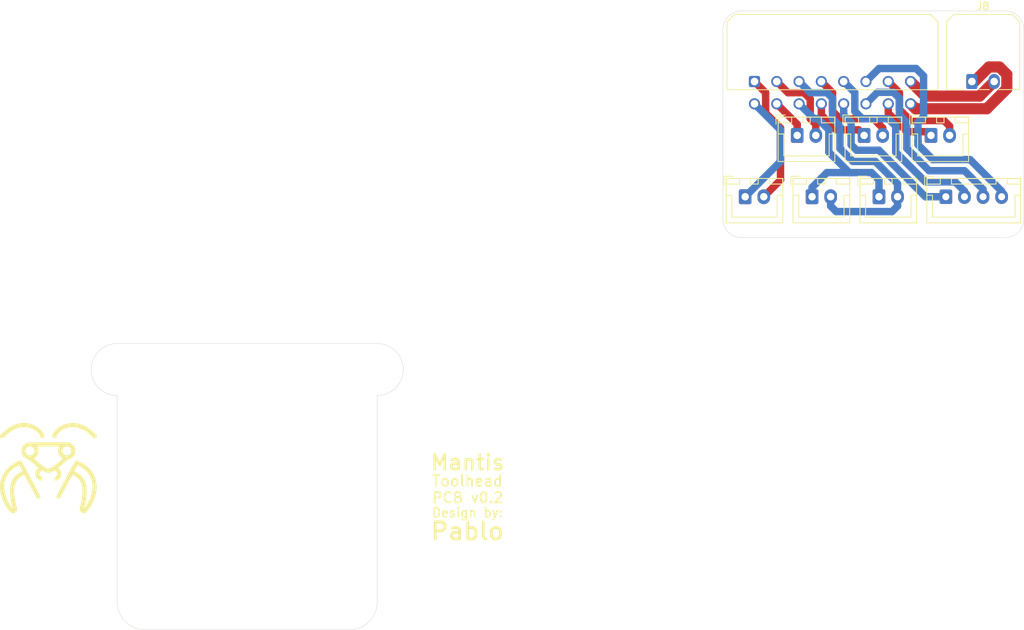
<source format=kicad_pcb>
(kicad_pcb (version 20171130) (host pcbnew "(5.1.10)-1")

  (general
    (thickness 1.6)
    (drawings 21)
    (tracks 112)
    (zones 0)
    (modules 12)
    (nets 17)
  )

  (page A4)
  (layers
    (0 F.Cu mixed)
    (31 B.Cu mixed)
    (32 B.Adhes user)
    (33 F.Adhes user)
    (34 B.Paste user)
    (35 F.Paste user)
    (36 B.SilkS user)
    (37 F.SilkS user)
    (38 B.Mask user)
    (39 F.Mask user)
    (40 Dwgs.User user)
    (41 Cmts.User user)
    (42 Eco1.User user)
    (43 Eco2.User user)
    (44 Edge.Cuts user)
    (45 Margin user)
    (46 B.CrtYd user hide)
    (47 F.CrtYd user)
    (48 B.Fab user)
    (49 F.Fab user hide)
  )

  (setup
    (last_trace_width 1)
    (user_trace_width 0.3)
    (user_trace_width 0.5)
    (user_trace_width 0.75)
    (user_trace_width 1)
    (user_trace_width 1.5)
    (user_trace_width 2)
    (trace_clearance 0.2)
    (zone_clearance 0.508)
    (zone_45_only no)
    (trace_min 0.1524)
    (via_size 0.8)
    (via_drill 0.4)
    (via_min_size 0.508)
    (via_min_drill 0.0254)
    (uvia_size 0.3)
    (uvia_drill 0.1)
    (uvias_allowed no)
    (uvia_min_size 0.2)
    (uvia_min_drill 0.1)
    (edge_width 0.05)
    (segment_width 0.2)
    (pcb_text_width 0.3)
    (pcb_text_size 1.5 1.5)
    (mod_edge_width 0.12)
    (mod_text_size 1 1)
    (mod_text_width 0.15)
    (pad_size 1.524 1.524)
    (pad_drill 0.762)
    (pad_to_mask_clearance 0.0508)
    (aux_axis_origin 0 0)
    (visible_elements 7FFFFFFF)
    (pcbplotparams
      (layerselection 0x010fc_ffffffff)
      (usegerberextensions false)
      (usegerberattributes true)
      (usegerberadvancedattributes true)
      (creategerberjobfile true)
      (excludeedgelayer true)
      (linewidth 0.100000)
      (plotframeref false)
      (viasonmask false)
      (mode 1)
      (useauxorigin false)
      (hpglpennumber 1)
      (hpglpenspeed 20)
      (hpglpendiameter 15.000000)
      (psnegative false)
      (psa4output false)
      (plotreference true)
      (plotvalue true)
      (plotinvisibletext false)
      (padsonsilk false)
      (subtractmaskfromsilk false)
      (outputformat 1)
      (mirror false)
      (drillshape 1)
      (scaleselection 1)
      (outputdirectory ""))
  )

  (net 0 "")
  (net 1 HOTEND_HEATER-)
  (net 2 HOTEND_HEATER+)
  (net 3 X_ENDSTOP-)
  (net 4 X_ENDSTOP+)
  (net 5 HOTEND_THERMISTOR-)
  (net 6 HOTEND_THERMISTOR+)
  (net 7 HOTEND_FAN-)
  (net 8 HOTEND_FAN+)
  (net 9 MAGPROBE-)
  (net 10 STEPPER_B2)
  (net 11 STEPPER_A2)
  (net 12 COOLING_FAN-)
  (net 13 MAGPROBE+)
  (net 14 STEPPER_B1)
  (net 15 STEPPER_A1)
  (net 16 COOLING_FAN+)

  (net_class Default "This is the default net class."
    (clearance 0.2)
    (trace_width 0.25)
    (via_dia 0.8)
    (via_drill 0.4)
    (uvia_dia 0.3)
    (uvia_drill 0.1)
    (add_net COOLING_FAN+)
    (add_net COOLING_FAN-)
    (add_net HOTEND_FAN+)
    (add_net HOTEND_FAN-)
    (add_net HOTEND_HEATER+)
    (add_net HOTEND_HEATER-)
    (add_net HOTEND_THERMISTOR+)
    (add_net HOTEND_THERMISTOR-)
    (add_net MAGPROBE+)
    (add_net MAGPROBE-)
    (add_net STEPPER_A1)
    (add_net STEPPER_A2)
    (add_net STEPPER_B1)
    (add_net STEPPER_B2)
    (add_net X_ENDSTOP+)
    (add_net X_ENDSTOP-)
  )

  (module Connector_JST:JST_XH_B4B-XH-A_1x04_P2.50mm_Vertical (layer F.Cu) (tedit 5C28146C) (tstamp 6139B0CE)
    (at 215 95)
    (descr "JST XH series connector, B4B-XH-A (http://www.jst-mfg.com/product/pdf/eng/eXH.pdf), generated with kicad-footprint-generator")
    (tags "connector JST XH vertical")
    (path /61308BC7)
    (fp_text reference J9 (at 3.75 -3.55) (layer F.Fab)
      (effects (font (size 1 1) (thickness 0.15)))
    )
    (fp_text value EXTRUDER_STEPPER (at 3.75 4.6) (layer F.Fab)
      (effects (font (size 1 1) (thickness 0.15)))
    )
    (fp_line (start -2.85 -2.75) (end -2.85 -1.5) (layer F.SilkS) (width 0.12))
    (fp_line (start -1.6 -2.75) (end -2.85 -2.75) (layer F.SilkS) (width 0.12))
    (fp_line (start 9.3 2.75) (end 3.75 2.75) (layer F.SilkS) (width 0.12))
    (fp_line (start 9.3 -0.2) (end 9.3 2.75) (layer F.SilkS) (width 0.12))
    (fp_line (start 10.05 -0.2) (end 9.3 -0.2) (layer F.SilkS) (width 0.12))
    (fp_line (start -1.8 2.75) (end 3.75 2.75) (layer F.SilkS) (width 0.12))
    (fp_line (start -1.8 -0.2) (end -1.8 2.75) (layer F.SilkS) (width 0.12))
    (fp_line (start -2.55 -0.2) (end -1.8 -0.2) (layer F.SilkS) (width 0.12))
    (fp_line (start 10.05 -2.45) (end 8.25 -2.45) (layer F.SilkS) (width 0.12))
    (fp_line (start 10.05 -1.7) (end 10.05 -2.45) (layer F.SilkS) (width 0.12))
    (fp_line (start 8.25 -1.7) (end 10.05 -1.7) (layer F.SilkS) (width 0.12))
    (fp_line (start 8.25 -2.45) (end 8.25 -1.7) (layer F.SilkS) (width 0.12))
    (fp_line (start -0.75 -2.45) (end -2.55 -2.45) (layer F.SilkS) (width 0.12))
    (fp_line (start -0.75 -1.7) (end -0.75 -2.45) (layer F.SilkS) (width 0.12))
    (fp_line (start -2.55 -1.7) (end -0.75 -1.7) (layer F.SilkS) (width 0.12))
    (fp_line (start -2.55 -2.45) (end -2.55 -1.7) (layer F.SilkS) (width 0.12))
    (fp_line (start 6.75 -2.45) (end 0.75 -2.45) (layer F.SilkS) (width 0.12))
    (fp_line (start 6.75 -1.7) (end 6.75 -2.45) (layer F.SilkS) (width 0.12))
    (fp_line (start 0.75 -1.7) (end 6.75 -1.7) (layer F.SilkS) (width 0.12))
    (fp_line (start 0.75 -2.45) (end 0.75 -1.7) (layer F.SilkS) (width 0.12))
    (fp_line (start 0 -1.35) (end 0.625 -2.35) (layer F.Fab) (width 0.1))
    (fp_line (start -0.625 -2.35) (end 0 -1.35) (layer F.Fab) (width 0.1))
    (fp_line (start 10.45 -2.85) (end -2.95 -2.85) (layer F.CrtYd) (width 0.05))
    (fp_line (start 10.45 3.9) (end 10.45 -2.85) (layer F.CrtYd) (width 0.05))
    (fp_line (start -2.95 3.9) (end 10.45 3.9) (layer F.CrtYd) (width 0.05))
    (fp_line (start -2.95 -2.85) (end -2.95 3.9) (layer F.CrtYd) (width 0.05))
    (fp_line (start 10.06 -2.46) (end -2.56 -2.46) (layer F.SilkS) (width 0.12))
    (fp_line (start 10.06 3.51) (end 10.06 -2.46) (layer F.SilkS) (width 0.12))
    (fp_line (start -2.56 3.51) (end 10.06 3.51) (layer F.SilkS) (width 0.12))
    (fp_line (start -2.56 -2.46) (end -2.56 3.51) (layer F.SilkS) (width 0.12))
    (fp_line (start 9.95 -2.35) (end -2.45 -2.35) (layer F.Fab) (width 0.1))
    (fp_line (start 9.95 3.4) (end 9.95 -2.35) (layer F.Fab) (width 0.1))
    (fp_line (start -2.45 3.4) (end 9.95 3.4) (layer F.Fab) (width 0.1))
    (fp_line (start -2.45 -2.35) (end -2.45 3.4) (layer F.Fab) (width 0.1))
    (fp_text user %R (at 3.75 2.7) (layer F.Fab)
      (effects (font (size 1 1) (thickness 0.15)))
    )
    (pad 1 thru_hole roundrect (at 0 0) (size 1.7 1.95) (drill 0.95) (layers *.Cu *.Mask) (roundrect_rratio 0.147059)
      (net 11 STEPPER_A2))
    (pad 2 thru_hole oval (at 2.5 0) (size 1.7 1.95) (drill 0.95) (layers *.Cu *.Mask)
      (net 15 STEPPER_A1))
    (pad 3 thru_hole oval (at 5 0) (size 1.7 1.95) (drill 0.95) (layers *.Cu *.Mask)
      (net 14 STEPPER_B1))
    (pad 4 thru_hole oval (at 7.5 0) (size 1.7 1.95) (drill 0.95) (layers *.Cu *.Mask)
      (net 10 STEPPER_B2))
    (model ${KISYS3DMOD}/Connector_JST.3dshapes/JST_XH_B4B-XH-A_1x04_P2.50mm_Vertical.wrl
      (at (xyz 0 0 0))
      (scale (xyz 1 1 1))
      (rotate (xyz 0 0 0))
    )
  )

  (module Connector_Molex:Molex_Micro-Fit_3.0_43650-0200_1x02_P3.00mm_Horizontal (layer F.Cu) (tedit 5B79A392) (tstamp 613937DA)
    (at 218.5 79.5)
    (descr "Molex Micro-Fit 3.0 Connector System, 43650-0200 (compatible alternatives: 43650-0201, 43650-0202), 2 Pins per row (https://www.molex.com/pdm_docs/sd/436500300_sd.pdf), generated with kicad-footprint-generator")
    (tags "connector Molex Micro-Fit_3.0 top entry")
    (path /61306E4B)
    (fp_text reference J8 (at 1.5 -10.12) (layer F.SilkS)
      (effects (font (size 1 1) (thickness 0.15)))
    )
    (fp_text value HOTEND_HEATER (at 1.5 3.22) (layer F.Fab)
      (effects (font (size 1 1) (thickness 0.15)))
    )
    (fp_text user %R (at 1.5 -8.22) (layer F.Fab)
      (effects (font (size 1 1) (thickness 0.15)))
    )
    (fp_line (start -3.325 0.98) (end -3.325 -7.92) (layer F.Fab) (width 0.1))
    (fp_line (start -3.325 -7.92) (end -2.325 -8.92) (layer F.Fab) (width 0.1))
    (fp_line (start -2.325 -8.92) (end 5.325 -8.92) (layer F.Fab) (width 0.1))
    (fp_line (start 5.325 -8.92) (end 6.325 -7.92) (layer F.Fab) (width 0.1))
    (fp_line (start 6.325 -7.92) (end 6.325 0.98) (layer F.Fab) (width 0.1))
    (fp_line (start 6.325 0.98) (end -3.325 0.98) (layer F.Fab) (width 0.1))
    (fp_line (start -0.75 0.98) (end 0 0) (layer F.Fab) (width 0.1))
    (fp_line (start 0 0) (end 0.75 0.98) (layer F.Fab) (width 0.1))
    (fp_line (start -3.435 1.09) (end -3.435 -8.03) (layer F.SilkS) (width 0.12))
    (fp_line (start -3.435 -8.03) (end -2.435 -9.03) (layer F.SilkS) (width 0.12))
    (fp_line (start -2.435 -9.03) (end 5.435 -9.03) (layer F.SilkS) (width 0.12))
    (fp_line (start 5.435 -9.03) (end 6.435 -8.03) (layer F.SilkS) (width 0.12))
    (fp_line (start 6.435 -8.03) (end 6.435 1.09) (layer F.SilkS) (width 0.12))
    (fp_line (start -3.435 1.09) (end -1.01 1.09) (layer F.SilkS) (width 0.12))
    (fp_line (start 6.435 1.09) (end 3.651767 1.09) (layer F.SilkS) (width 0.12))
    (fp_line (start 1.01 1.09) (end 2.348233 1.09) (layer F.SilkS) (width 0.12))
    (fp_line (start -3.82 1.48) (end -3.82 -9.42) (layer F.CrtYd) (width 0.05))
    (fp_line (start -3.82 -9.42) (end 6.82 -9.42) (layer F.CrtYd) (width 0.05))
    (fp_line (start 6.82 -9.42) (end 6.82 1.48) (layer F.CrtYd) (width 0.05))
    (fp_line (start 6.82 1.48) (end -3.82 1.48) (layer F.CrtYd) (width 0.05))
    (pad 2 thru_hole oval (at 3 0) (size 1.5 2.02) (drill 1.02) (layers *.Cu *.Mask)
      (net 2 HOTEND_HEATER+))
    (pad 1 thru_hole roundrect (at 0 0) (size 1.5 2.02) (drill 1.02) (layers *.Cu *.Mask) (roundrect_rratio 0.166667)
      (net 1 HOTEND_HEATER-))
    (pad "" np_thru_hole circle (at 1.5 -4.32) (size 3 3) (drill 3) (layers *.Cu *.Mask))
    (model ${KISYS3DMOD}/Connector_Molex.3dshapes/Molex_Micro-Fit_3.0_43650-0200_1x02_P3.00mm_Horizontal.wrl
      (at (xyz 0 0 0))
      (scale (xyz 1 1 1))
      (rotate (xyz 0 0 0))
    )
  )

  (module Connector_JST:JST_XH_B2B-XH-A_1x02_P2.50mm_Vertical (layer F.Cu) (tedit 5C28146C) (tstamp 6139A7BD)
    (at 213 86.75)
    (descr "JST XH series connector, B2B-XH-A (http://www.jst-mfg.com/product/pdf/eng/eXH.pdf), generated with kicad-footprint-generator")
    (tags "connector JST XH vertical")
    (path /61306A48)
    (fp_text reference J7 (at 1.25 -3.55) (layer F.Fab)
      (effects (font (size 1 1) (thickness 0.15)))
    )
    (fp_text value HOTEND_THERMISTOR (at 1.25 4.6) (layer F.Fab)
      (effects (font (size 1 1) (thickness 0.15)))
    )
    (fp_line (start -2.85 -2.75) (end -2.85 -1.5) (layer F.SilkS) (width 0.12))
    (fp_line (start -1.6 -2.75) (end -2.85 -2.75) (layer F.SilkS) (width 0.12))
    (fp_line (start 4.3 2.75) (end 1.25 2.75) (layer F.SilkS) (width 0.12))
    (fp_line (start 4.3 -0.2) (end 4.3 2.75) (layer F.SilkS) (width 0.12))
    (fp_line (start 5.05 -0.2) (end 4.3 -0.2) (layer F.SilkS) (width 0.12))
    (fp_line (start -1.8 2.75) (end 1.25 2.75) (layer F.SilkS) (width 0.12))
    (fp_line (start -1.8 -0.2) (end -1.8 2.75) (layer F.SilkS) (width 0.12))
    (fp_line (start -2.55 -0.2) (end -1.8 -0.2) (layer F.SilkS) (width 0.12))
    (fp_line (start 5.05 -2.45) (end 3.25 -2.45) (layer F.SilkS) (width 0.12))
    (fp_line (start 5.05 -1.7) (end 5.05 -2.45) (layer F.SilkS) (width 0.12))
    (fp_line (start 3.25 -1.7) (end 5.05 -1.7) (layer F.SilkS) (width 0.12))
    (fp_line (start 3.25 -2.45) (end 3.25 -1.7) (layer F.SilkS) (width 0.12))
    (fp_line (start -0.75 -2.45) (end -2.55 -2.45) (layer F.SilkS) (width 0.12))
    (fp_line (start -0.75 -1.7) (end -0.75 -2.45) (layer F.SilkS) (width 0.12))
    (fp_line (start -2.55 -1.7) (end -0.75 -1.7) (layer F.SilkS) (width 0.12))
    (fp_line (start -2.55 -2.45) (end -2.55 -1.7) (layer F.SilkS) (width 0.12))
    (fp_line (start 1.75 -2.45) (end 0.75 -2.45) (layer F.SilkS) (width 0.12))
    (fp_line (start 1.75 -1.7) (end 1.75 -2.45) (layer F.SilkS) (width 0.12))
    (fp_line (start 0.75 -1.7) (end 1.75 -1.7) (layer F.SilkS) (width 0.12))
    (fp_line (start 0.75 -2.45) (end 0.75 -1.7) (layer F.SilkS) (width 0.12))
    (fp_line (start 0 -1.35) (end 0.625 -2.35) (layer F.Fab) (width 0.1))
    (fp_line (start -0.625 -2.35) (end 0 -1.35) (layer F.Fab) (width 0.1))
    (fp_line (start 5.45 -2.85) (end -2.95 -2.85) (layer F.CrtYd) (width 0.05))
    (fp_line (start 5.45 3.9) (end 5.45 -2.85) (layer F.CrtYd) (width 0.05))
    (fp_line (start -2.95 3.9) (end 5.45 3.9) (layer F.CrtYd) (width 0.05))
    (fp_line (start -2.95 -2.85) (end -2.95 3.9) (layer F.CrtYd) (width 0.05))
    (fp_line (start 5.06 -2.46) (end -2.56 -2.46) (layer F.SilkS) (width 0.12))
    (fp_line (start 5.06 3.51) (end 5.06 -2.46) (layer F.SilkS) (width 0.12))
    (fp_line (start -2.56 3.51) (end 5.06 3.51) (layer F.SilkS) (width 0.12))
    (fp_line (start -2.56 -2.46) (end -2.56 3.51) (layer F.SilkS) (width 0.12))
    (fp_line (start 4.95 -2.35) (end -2.45 -2.35) (layer F.Fab) (width 0.1))
    (fp_line (start 4.95 3.4) (end 4.95 -2.35) (layer F.Fab) (width 0.1))
    (fp_line (start -2.45 3.4) (end 4.95 3.4) (layer F.Fab) (width 0.1))
    (fp_line (start -2.45 -2.35) (end -2.45 3.4) (layer F.Fab) (width 0.1))
    (fp_text user %R (at 1.25 2.7) (layer F.Fab)
      (effects (font (size 1 1) (thickness 0.15)))
    )
    (pad 1 thru_hole roundrect (at 0 0) (size 1.7 2) (drill 1) (layers *.Cu *.Mask) (roundrect_rratio 0.147059)
      (net 5 HOTEND_THERMISTOR-))
    (pad 2 thru_hole oval (at 2.5 0) (size 1.7 2) (drill 1) (layers *.Cu *.Mask)
      (net 6 HOTEND_THERMISTOR+))
    (model ${KISYS3DMOD}/Connector_JST.3dshapes/JST_XH_B2B-XH-A_1x02_P2.50mm_Vertical.wrl
      (at (xyz 0 0 0))
      (scale (xyz 1 1 1))
      (rotate (xyz 0 0 0))
    )
  )

  (module Connector_JST:JST_XH_B2B-XH-A_1x02_P2.50mm_Vertical (layer F.Cu) (tedit 5C28146C) (tstamp 61390770)
    (at 206 95)
    (descr "JST XH series connector, B2B-XH-A (http://www.jst-mfg.com/product/pdf/eng/eXH.pdf), generated with kicad-footprint-generator")
    (tags "connector JST XH vertical")
    (path /613065FA)
    (fp_text reference J6 (at 1.25 -3.55) (layer F.Fab)
      (effects (font (size 1 1) (thickness 0.15)))
    )
    (fp_text value COOLING_FAN_1 (at 1.25 4.6) (layer F.Fab)
      (effects (font (size 1 1) (thickness 0.15)))
    )
    (fp_text user %R (at -41.5 -3.5) (layer F.Fab)
      (effects (font (size 1 1) (thickness 0.15)))
    )
    (fp_line (start -2.45 -2.35) (end -2.45 3.4) (layer F.Fab) (width 0.1))
    (fp_line (start -2.45 3.4) (end 4.95 3.4) (layer F.Fab) (width 0.1))
    (fp_line (start 4.95 3.4) (end 4.95 -2.35) (layer F.Fab) (width 0.1))
    (fp_line (start 4.95 -2.35) (end -2.45 -2.35) (layer F.Fab) (width 0.1))
    (fp_line (start -2.56 -2.46) (end -2.56 3.51) (layer F.SilkS) (width 0.12))
    (fp_line (start -2.56 3.51) (end 5.06 3.51) (layer F.SilkS) (width 0.12))
    (fp_line (start 5.06 3.51) (end 5.06 -2.46) (layer F.SilkS) (width 0.12))
    (fp_line (start 5.06 -2.46) (end -2.56 -2.46) (layer F.SilkS) (width 0.12))
    (fp_line (start -2.95 -2.85) (end -2.95 3.9) (layer F.CrtYd) (width 0.05))
    (fp_line (start -2.95 3.9) (end 5.45 3.9) (layer F.CrtYd) (width 0.05))
    (fp_line (start 5.45 3.9) (end 5.45 -2.85) (layer F.CrtYd) (width 0.05))
    (fp_line (start 5.45 -2.85) (end -2.95 -2.85) (layer F.CrtYd) (width 0.05))
    (fp_line (start -0.625 -2.35) (end 0 -1.35) (layer F.Fab) (width 0.1))
    (fp_line (start 0 -1.35) (end 0.625 -2.35) (layer F.Fab) (width 0.1))
    (fp_line (start 0.75 -2.45) (end 0.75 -1.7) (layer F.SilkS) (width 0.12))
    (fp_line (start 0.75 -1.7) (end 1.75 -1.7) (layer F.SilkS) (width 0.12))
    (fp_line (start 1.75 -1.7) (end 1.75 -2.45) (layer F.SilkS) (width 0.12))
    (fp_line (start 1.75 -2.45) (end 0.75 -2.45) (layer F.SilkS) (width 0.12))
    (fp_line (start -2.55 -2.45) (end -2.55 -1.7) (layer F.SilkS) (width 0.12))
    (fp_line (start -2.55 -1.7) (end -0.75 -1.7) (layer F.SilkS) (width 0.12))
    (fp_line (start -0.75 -1.7) (end -0.75 -2.45) (layer F.SilkS) (width 0.12))
    (fp_line (start -0.75 -2.45) (end -2.55 -2.45) (layer F.SilkS) (width 0.12))
    (fp_line (start 3.25 -2.45) (end 3.25 -1.7) (layer F.SilkS) (width 0.12))
    (fp_line (start 3.25 -1.7) (end 5.05 -1.7) (layer F.SilkS) (width 0.12))
    (fp_line (start 5.05 -1.7) (end 5.05 -2.45) (layer F.SilkS) (width 0.12))
    (fp_line (start 5.05 -2.45) (end 3.25 -2.45) (layer F.SilkS) (width 0.12))
    (fp_line (start -2.55 -0.2) (end -1.8 -0.2) (layer F.SilkS) (width 0.12))
    (fp_line (start -1.8 -0.2) (end -1.8 2.75) (layer F.SilkS) (width 0.12))
    (fp_line (start -1.8 2.75) (end 1.25 2.75) (layer F.SilkS) (width 0.12))
    (fp_line (start 5.05 -0.2) (end 4.3 -0.2) (layer F.SilkS) (width 0.12))
    (fp_line (start 4.3 -0.2) (end 4.3 2.75) (layer F.SilkS) (width 0.12))
    (fp_line (start 4.3 2.75) (end 1.25 2.75) (layer F.SilkS) (width 0.12))
    (fp_line (start -1.6 -2.75) (end -2.85 -2.75) (layer F.SilkS) (width 0.12))
    (fp_line (start -2.85 -2.75) (end -2.85 -1.5) (layer F.SilkS) (width 0.12))
    (pad 2 thru_hole oval (at 2.5 0) (size 1.7 2) (drill 1) (layers *.Cu *.Mask)
      (net 16 COOLING_FAN+))
    (pad 1 thru_hole roundrect (at 0 0) (size 1.7 2) (drill 1) (layers *.Cu *.Mask) (roundrect_rratio 0.147059)
      (net 12 COOLING_FAN-))
    (model ${KISYS3DMOD}/Connector_JST.3dshapes/JST_XH_B2B-XH-A_1x02_P2.50mm_Vertical.wrl
      (at (xyz 0 0 0))
      (scale (xyz 1 1 1))
      (rotate (xyz 0 0 0))
    )
  )

  (module Connector_JST:JST_XH_B2B-XH-A_1x02_P2.50mm_Vertical (layer F.Cu) (tedit 5C28146C) (tstamp 6139A6CD)
    (at 204 86.75)
    (descr "JST XH series connector, B2B-XH-A (http://www.jst-mfg.com/product/pdf/eng/eXH.pdf), generated with kicad-footprint-generator")
    (tags "connector JST XH vertical")
    (path /6130629C)
    (fp_text reference J4 (at 1.25 -3.55) (layer F.Fab)
      (effects (font (size 1 1) (thickness 0.15)))
    )
    (fp_text value HOTEND_FAN (at 1.25 4.6) (layer F.Fab)
      (effects (font (size 1 1) (thickness 0.15)))
    )
    (fp_line (start -2.85 -2.75) (end -2.85 -1.5) (layer F.SilkS) (width 0.12))
    (fp_line (start -1.6 -2.75) (end -2.85 -2.75) (layer F.SilkS) (width 0.12))
    (fp_line (start 4.3 2.75) (end 1.25 2.75) (layer F.SilkS) (width 0.12))
    (fp_line (start 4.3 -0.2) (end 4.3 2.75) (layer F.SilkS) (width 0.12))
    (fp_line (start 5.05 -0.2) (end 4.3 -0.2) (layer F.SilkS) (width 0.12))
    (fp_line (start -1.8 2.75) (end 1.25 2.75) (layer F.SilkS) (width 0.12))
    (fp_line (start -1.8 -0.2) (end -1.8 2.75) (layer F.SilkS) (width 0.12))
    (fp_line (start -2.55 -0.2) (end -1.8 -0.2) (layer F.SilkS) (width 0.12))
    (fp_line (start 5.05 -2.45) (end 3.25 -2.45) (layer F.SilkS) (width 0.12))
    (fp_line (start 5.05 -1.7) (end 5.05 -2.45) (layer F.SilkS) (width 0.12))
    (fp_line (start 3.25 -1.7) (end 5.05 -1.7) (layer F.SilkS) (width 0.12))
    (fp_line (start 3.25 -2.45) (end 3.25 -1.7) (layer F.SilkS) (width 0.12))
    (fp_line (start -0.75 -2.45) (end -2.55 -2.45) (layer F.SilkS) (width 0.12))
    (fp_line (start -0.75 -1.7) (end -0.75 -2.45) (layer F.SilkS) (width 0.12))
    (fp_line (start -2.55 -1.7) (end -0.75 -1.7) (layer F.SilkS) (width 0.12))
    (fp_line (start -2.55 -2.45) (end -2.55 -1.7) (layer F.SilkS) (width 0.12))
    (fp_line (start 1.75 -2.45) (end 0.75 -2.45) (layer F.SilkS) (width 0.12))
    (fp_line (start 1.75 -1.7) (end 1.75 -2.45) (layer F.SilkS) (width 0.12))
    (fp_line (start 0.75 -1.7) (end 1.75 -1.7) (layer F.SilkS) (width 0.12))
    (fp_line (start 0.75 -2.45) (end 0.75 -1.7) (layer F.SilkS) (width 0.12))
    (fp_line (start 0 -1.35) (end 0.625 -2.35) (layer F.Fab) (width 0.1))
    (fp_line (start -0.625 -2.35) (end 0 -1.35) (layer F.Fab) (width 0.1))
    (fp_line (start 5.45 -2.85) (end -2.95 -2.85) (layer F.CrtYd) (width 0.05))
    (fp_line (start 5.45 3.9) (end 5.45 -2.85) (layer F.CrtYd) (width 0.05))
    (fp_line (start -2.95 3.9) (end 5.45 3.9) (layer F.CrtYd) (width 0.05))
    (fp_line (start -2.95 -2.85) (end -2.95 3.9) (layer F.CrtYd) (width 0.05))
    (fp_line (start 5.06 -2.46) (end -2.56 -2.46) (layer F.SilkS) (width 0.12))
    (fp_line (start 5.06 3.51) (end 5.06 -2.46) (layer F.SilkS) (width 0.12))
    (fp_line (start -2.56 3.51) (end 5.06 3.51) (layer F.SilkS) (width 0.12))
    (fp_line (start -2.56 -2.46) (end -2.56 3.51) (layer F.SilkS) (width 0.12))
    (fp_line (start 4.95 -2.35) (end -2.45 -2.35) (layer F.Fab) (width 0.1))
    (fp_line (start 4.95 3.4) (end 4.95 -2.35) (layer F.Fab) (width 0.1))
    (fp_line (start -2.45 3.4) (end 4.95 3.4) (layer F.Fab) (width 0.1))
    (fp_line (start -2.45 -2.35) (end -2.45 3.4) (layer F.Fab) (width 0.1))
    (fp_text user %R (at 1.25 2.7) (layer F.Fab)
      (effects (font (size 1 1) (thickness 0.15)))
    )
    (pad 1 thru_hole roundrect (at 0 0) (size 1.7 2) (drill 1) (layers *.Cu *.Mask) (roundrect_rratio 0.147059)
      (net 7 HOTEND_FAN-))
    (pad 2 thru_hole oval (at 2.5 0) (size 1.7 2) (drill 1) (layers *.Cu *.Mask)
      (net 8 HOTEND_FAN+))
    (model ${KISYS3DMOD}/Connector_JST.3dshapes/JST_XH_B2B-XH-A_1x02_P2.50mm_Vertical.wrl
      (at (xyz 0 0 0))
      (scale (xyz 1 1 1))
      (rotate (xyz 0 0 0))
    )
  )

  (module Connector_JST:JST_XH_B2B-XH-A_1x02_P2.50mm_Vertical (layer F.Cu) (tedit 5C28146C) (tstamp 6139C571)
    (at 197 95)
    (descr "JST XH series connector, B2B-XH-A (http://www.jst-mfg.com/product/pdf/eng/eXH.pdf), generated with kicad-footprint-generator")
    (tags "connector JST XH vertical")
    (path /6130602E)
    (fp_text reference J3 (at 1.25 -3.55) (layer F.Fab)
      (effects (font (size 1 1) (thickness 0.15)))
    )
    (fp_text value COOLING_FAN_1 (at 1.25 4.6) (layer F.Fab)
      (effects (font (size 1 1) (thickness 0.15)))
    )
    (fp_text user %R (at 1.25 2.7) (layer F.Fab)
      (effects (font (size 1 1) (thickness 0.15)))
    )
    (fp_line (start -2.45 -2.35) (end -2.45 3.4) (layer F.Fab) (width 0.1))
    (fp_line (start -2.45 3.4) (end 4.95 3.4) (layer F.Fab) (width 0.1))
    (fp_line (start 4.95 3.4) (end 4.95 -2.35) (layer F.Fab) (width 0.1))
    (fp_line (start 4.95 -2.35) (end -2.45 -2.35) (layer F.Fab) (width 0.1))
    (fp_line (start -2.56 -2.46) (end -2.56 3.51) (layer F.SilkS) (width 0.12))
    (fp_line (start -2.56 3.51) (end 5.06 3.51) (layer F.SilkS) (width 0.12))
    (fp_line (start 5.06 3.51) (end 5.06 -2.46) (layer F.SilkS) (width 0.12))
    (fp_line (start 5.06 -2.46) (end -2.56 -2.46) (layer F.SilkS) (width 0.12))
    (fp_line (start -2.95 -2.85) (end -2.95 3.9) (layer F.CrtYd) (width 0.05))
    (fp_line (start -2.95 3.9) (end 5.45 3.9) (layer F.CrtYd) (width 0.05))
    (fp_line (start 5.45 3.9) (end 5.45 -2.85) (layer F.CrtYd) (width 0.05))
    (fp_line (start 5.45 -2.85) (end -2.95 -2.85) (layer F.CrtYd) (width 0.05))
    (fp_line (start -0.625 -2.35) (end 0 -1.35) (layer F.Fab) (width 0.1))
    (fp_line (start 0 -1.35) (end 0.625 -2.35) (layer F.Fab) (width 0.1))
    (fp_line (start 0.75 -2.45) (end 0.75 -1.7) (layer F.SilkS) (width 0.12))
    (fp_line (start 0.75 -1.7) (end 1.75 -1.7) (layer F.SilkS) (width 0.12))
    (fp_line (start 1.75 -1.7) (end 1.75 -2.45) (layer F.SilkS) (width 0.12))
    (fp_line (start 1.75 -2.45) (end 0.75 -2.45) (layer F.SilkS) (width 0.12))
    (fp_line (start -2.55 -2.45) (end -2.55 -1.7) (layer F.SilkS) (width 0.12))
    (fp_line (start -2.55 -1.7) (end -0.75 -1.7) (layer F.SilkS) (width 0.12))
    (fp_line (start -0.75 -1.7) (end -0.75 -2.45) (layer F.SilkS) (width 0.12))
    (fp_line (start -0.75 -2.45) (end -2.55 -2.45) (layer F.SilkS) (width 0.12))
    (fp_line (start 3.25 -2.45) (end 3.25 -1.7) (layer F.SilkS) (width 0.12))
    (fp_line (start 3.25 -1.7) (end 5.05 -1.7) (layer F.SilkS) (width 0.12))
    (fp_line (start 5.05 -1.7) (end 5.05 -2.45) (layer F.SilkS) (width 0.12))
    (fp_line (start 5.05 -2.45) (end 3.25 -2.45) (layer F.SilkS) (width 0.12))
    (fp_line (start -2.55 -0.2) (end -1.8 -0.2) (layer F.SilkS) (width 0.12))
    (fp_line (start -1.8 -0.2) (end -1.8 2.75) (layer F.SilkS) (width 0.12))
    (fp_line (start -1.8 2.75) (end 1.25 2.75) (layer F.SilkS) (width 0.12))
    (fp_line (start 5.05 -0.2) (end 4.3 -0.2) (layer F.SilkS) (width 0.12))
    (fp_line (start 4.3 -0.2) (end 4.3 2.75) (layer F.SilkS) (width 0.12))
    (fp_line (start 4.3 2.75) (end 1.25 2.75) (layer F.SilkS) (width 0.12))
    (fp_line (start -1.6 -2.75) (end -2.85 -2.75) (layer F.SilkS) (width 0.12))
    (fp_line (start -2.85 -2.75) (end -2.85 -1.5) (layer F.SilkS) (width 0.12))
    (pad 2 thru_hole oval (at 2.5 0) (size 1.7 2) (drill 1) (layers *.Cu *.Mask)
      (net 16 COOLING_FAN+))
    (pad 1 thru_hole roundrect (at 0 0) (size 1.7 2) (drill 1) (layers *.Cu *.Mask) (roundrect_rratio 0.147059)
      (net 12 COOLING_FAN-))
    (model ${KISYS3DMOD}/Connector_JST.3dshapes/JST_XH_B2B-XH-A_1x02_P2.50mm_Vertical.wrl
      (at (xyz 0 0 0))
      (scale (xyz 1 1 1))
      (rotate (xyz 0 0 0))
    )
  )

  (module Connector_JST:JST_XH_B2B-XH-A_1x02_P2.50mm_Vertical (layer F.Cu) (tedit 5C28146C) (tstamp 6139A835)
    (at 195 86.75)
    (descr "JST XH series connector, B2B-XH-A (http://www.jst-mfg.com/product/pdf/eng/eXH.pdf), generated with kicad-footprint-generator")
    (tags "connector JST XH vertical")
    (path /61305CF3)
    (fp_text reference J2 (at 1.25 -3.55) (layer F.Fab)
      (effects (font (size 1 1) (thickness 0.15)))
    )
    (fp_text value X_ENDSTOP (at 1.25 4.6) (layer F.Fab)
      (effects (font (size 1 1) (thickness 0.15)))
    )
    (fp_text user %R (at 1.25 2.7) (layer F.Fab)
      (effects (font (size 1 1) (thickness 0.15)))
    )
    (fp_line (start -2.45 -2.35) (end -2.45 3.4) (layer F.Fab) (width 0.1))
    (fp_line (start -2.45 3.4) (end 4.95 3.4) (layer F.Fab) (width 0.1))
    (fp_line (start 4.95 3.4) (end 4.95 -2.35) (layer F.Fab) (width 0.1))
    (fp_line (start 4.95 -2.35) (end -2.45 -2.35) (layer F.Fab) (width 0.1))
    (fp_line (start -2.56 -2.46) (end -2.56 3.51) (layer F.SilkS) (width 0.12))
    (fp_line (start -2.56 3.51) (end 5.06 3.51) (layer F.SilkS) (width 0.12))
    (fp_line (start 5.06 3.51) (end 5.06 -2.46) (layer F.SilkS) (width 0.12))
    (fp_line (start 5.06 -2.46) (end -2.56 -2.46) (layer F.SilkS) (width 0.12))
    (fp_line (start -2.95 -2.85) (end -2.95 3.9) (layer F.CrtYd) (width 0.05))
    (fp_line (start -2.95 3.9) (end 5.45 3.9) (layer F.CrtYd) (width 0.05))
    (fp_line (start 5.45 3.9) (end 5.45 -2.85) (layer F.CrtYd) (width 0.05))
    (fp_line (start 5.45 -2.85) (end -2.95 -2.85) (layer F.CrtYd) (width 0.05))
    (fp_line (start -0.625 -2.35) (end 0 -1.35) (layer F.Fab) (width 0.1))
    (fp_line (start 0 -1.35) (end 0.625 -2.35) (layer F.Fab) (width 0.1))
    (fp_line (start 0.75 -2.45) (end 0.75 -1.7) (layer F.SilkS) (width 0.12))
    (fp_line (start 0.75 -1.7) (end 1.75 -1.7) (layer F.SilkS) (width 0.12))
    (fp_line (start 1.75 -1.7) (end 1.75 -2.45) (layer F.SilkS) (width 0.12))
    (fp_line (start 1.75 -2.45) (end 0.75 -2.45) (layer F.SilkS) (width 0.12))
    (fp_line (start -2.55 -2.45) (end -2.55 -1.7) (layer F.SilkS) (width 0.12))
    (fp_line (start -2.55 -1.7) (end -0.75 -1.7) (layer F.SilkS) (width 0.12))
    (fp_line (start -0.75 -1.7) (end -0.75 -2.45) (layer F.SilkS) (width 0.12))
    (fp_line (start -0.75 -2.45) (end -2.55 -2.45) (layer F.SilkS) (width 0.12))
    (fp_line (start 3.25 -2.45) (end 3.25 -1.7) (layer F.SilkS) (width 0.12))
    (fp_line (start 3.25 -1.7) (end 5.05 -1.7) (layer F.SilkS) (width 0.12))
    (fp_line (start 5.05 -1.7) (end 5.05 -2.45) (layer F.SilkS) (width 0.12))
    (fp_line (start 5.05 -2.45) (end 3.25 -2.45) (layer F.SilkS) (width 0.12))
    (fp_line (start -2.55 -0.2) (end -1.8 -0.2) (layer F.SilkS) (width 0.12))
    (fp_line (start -1.8 -0.2) (end -1.8 2.75) (layer F.SilkS) (width 0.12))
    (fp_line (start -1.8 2.75) (end 1.25 2.75) (layer F.SilkS) (width 0.12))
    (fp_line (start 5.05 -0.2) (end 4.3 -0.2) (layer F.SilkS) (width 0.12))
    (fp_line (start 4.3 -0.2) (end 4.3 2.75) (layer F.SilkS) (width 0.12))
    (fp_line (start 4.3 2.75) (end 1.25 2.75) (layer F.SilkS) (width 0.12))
    (fp_line (start -1.6 -2.75) (end -2.85 -2.75) (layer F.SilkS) (width 0.12))
    (fp_line (start -2.85 -2.75) (end -2.85 -1.5) (layer F.SilkS) (width 0.12))
    (pad 2 thru_hole oval (at 2.5 0) (size 1.7 2) (drill 1) (layers *.Cu *.Mask)
      (net 4 X_ENDSTOP+))
    (pad 1 thru_hole roundrect (at 0 0) (size 1.7 2) (drill 1) (layers *.Cu *.Mask) (roundrect_rratio 0.147059)
      (net 3 X_ENDSTOP-))
    (model ${KISYS3DMOD}/Connector_JST.3dshapes/JST_XH_B2B-XH-A_1x02_P2.50mm_Vertical.wrl
      (at (xyz 0 0 0))
      (scale (xyz 1 1 1))
      (rotate (xyz 0 0 0))
    )
  )

  (module Connector_JST:JST_XH_B2B-XH-A_1x02_P2.50mm_Vertical (layer F.Cu) (tedit 5C28146C) (tstamp 613903E6)
    (at 188 95)
    (descr "JST XH series connector, B2B-XH-A (http://www.jst-mfg.com/product/pdf/eng/eXH.pdf), generated with kicad-footprint-generator")
    (tags "connector JST XH vertical")
    (path /61304E70)
    (fp_text reference J1 (at 1.25 -3.55) (layer F.Fab)
      (effects (font (size 1 1) (thickness 0.15)))
    )
    (fp_text value MAGPROBE (at 1.25 4.6) (layer F.Fab)
      (effects (font (size 1 1) (thickness 0.15)))
    )
    (fp_text user %R (at 1.25 2.7) (layer F.Fab)
      (effects (font (size 1 1) (thickness 0.15)))
    )
    (fp_line (start -2.45 -2.35) (end -2.45 3.4) (layer F.Fab) (width 0.1))
    (fp_line (start -2.45 3.4) (end 4.95 3.4) (layer F.Fab) (width 0.1))
    (fp_line (start 4.95 3.4) (end 4.95 -2.35) (layer F.Fab) (width 0.1))
    (fp_line (start 4.95 -2.35) (end -2.45 -2.35) (layer F.Fab) (width 0.1))
    (fp_line (start -2.56 -2.46) (end -2.56 3.51) (layer F.SilkS) (width 0.12))
    (fp_line (start -2.56 3.51) (end 5.06 3.51) (layer F.SilkS) (width 0.12))
    (fp_line (start 5.06 3.51) (end 5.06 -2.46) (layer F.SilkS) (width 0.12))
    (fp_line (start 5.06 -2.46) (end -2.56 -2.46) (layer F.SilkS) (width 0.12))
    (fp_line (start -2.95 -2.85) (end -2.95 3.9) (layer F.CrtYd) (width 0.05))
    (fp_line (start -2.95 3.9) (end 5.45 3.9) (layer F.CrtYd) (width 0.05))
    (fp_line (start 5.45 3.9) (end 5.45 -2.85) (layer F.CrtYd) (width 0.05))
    (fp_line (start 5.45 -2.85) (end -2.95 -2.85) (layer F.CrtYd) (width 0.05))
    (fp_line (start -0.625 -2.35) (end 0 -1.35) (layer F.Fab) (width 0.1))
    (fp_line (start 0 -1.35) (end 0.625 -2.35) (layer F.Fab) (width 0.1))
    (fp_line (start 0.75 -2.45) (end 0.75 -1.7) (layer F.SilkS) (width 0.12))
    (fp_line (start 0.75 -1.7) (end 1.75 -1.7) (layer F.SilkS) (width 0.12))
    (fp_line (start 1.75 -1.7) (end 1.75 -2.45) (layer F.SilkS) (width 0.12))
    (fp_line (start 1.75 -2.45) (end 0.75 -2.45) (layer F.SilkS) (width 0.12))
    (fp_line (start -2.55 -2.45) (end -2.55 -1.7) (layer F.SilkS) (width 0.12))
    (fp_line (start -2.55 -1.7) (end -0.75 -1.7) (layer F.SilkS) (width 0.12))
    (fp_line (start -0.75 -1.7) (end -0.75 -2.45) (layer F.SilkS) (width 0.12))
    (fp_line (start -0.75 -2.45) (end -2.55 -2.45) (layer F.SilkS) (width 0.12))
    (fp_line (start 3.25 -2.45) (end 3.25 -1.7) (layer F.SilkS) (width 0.12))
    (fp_line (start 3.25 -1.7) (end 5.05 -1.7) (layer F.SilkS) (width 0.12))
    (fp_line (start 5.05 -1.7) (end 5.05 -2.45) (layer F.SilkS) (width 0.12))
    (fp_line (start 5.05 -2.45) (end 3.25 -2.45) (layer F.SilkS) (width 0.12))
    (fp_line (start -2.55 -0.2) (end -1.8 -0.2) (layer F.SilkS) (width 0.12))
    (fp_line (start -1.8 -0.2) (end -1.8 2.75) (layer F.SilkS) (width 0.12))
    (fp_line (start -1.8 2.75) (end 1.25 2.75) (layer F.SilkS) (width 0.12))
    (fp_line (start 5.05 -0.2) (end 4.3 -0.2) (layer F.SilkS) (width 0.12))
    (fp_line (start 4.3 -0.2) (end 4.3 2.75) (layer F.SilkS) (width 0.12))
    (fp_line (start 4.3 2.75) (end 1.25 2.75) (layer F.SilkS) (width 0.12))
    (fp_line (start -1.6 -2.75) (end -2.85 -2.75) (layer F.SilkS) (width 0.12))
    (fp_line (start -2.85 -2.75) (end -2.85 -1.5) (layer F.SilkS) (width 0.12))
    (pad 2 thru_hole oval (at 2.5 0) (size 1.7 2) (drill 1) (layers *.Cu *.Mask)
      (net 13 MAGPROBE+))
    (pad 1 thru_hole roundrect (at 0 0) (size 1.7 2) (drill 1) (layers *.Cu *.Mask) (roundrect_rratio 0.147059)
      (net 9 MAGPROBE-))
    (model ${KISYS3DMOD}/Connector_JST.3dshapes/JST_XH_B2B-XH-A_1x02_P2.50mm_Vertical.wrl
      (at (xyz 0 0 0))
      (scale (xyz 1 1 1))
      (rotate (xyz 0 0 0))
    )
  )

  (module mantis:mantis (layer F.Cu) (tedit 0) (tstamp 613913A3)
    (at 94.25 131.5)
    (fp_text reference G*** (at 0 0) (layer F.Fab) hide
      (effects (font (size 1.524 1.524) (thickness 0.3)))
    )
    (fp_text value LOGO (at 0.75 0) (layer F.Fab) hide
      (effects (font (size 1.524 1.524) (thickness 0.3)))
    )
    (fp_poly (pts (xy -3.679162 -0.98954) (xy -3.648225 -0.972902) (xy -3.630268 -0.955422) (xy -3.603208 -0.918838)
      (xy -3.565778 -0.86086) (xy -3.516712 -0.779197) (xy -3.454744 -0.671561) (xy -3.378607 -0.535663)
      (xy -3.287036 -0.369212) (xy -3.178763 -0.169919) (xy -3.052524 0.064504) (xy -2.907052 0.336349)
      (xy -2.74108 0.647903) (xy -2.553343 1.001457) (xy -2.485039 1.1303) (xy -2.270243 1.535527)
      (xy -2.077931 1.898244) (xy -1.906896 2.220877) (xy -1.75593 2.505852) (xy -1.623827 2.755595)
      (xy -1.509377 2.972533) (xy -1.411374 3.159091) (xy -1.328609 3.317696) (xy -1.259876 3.450775)
      (xy -1.203967 3.560754) (xy -1.159674 3.650058) (xy -1.125789 3.721115) (xy -1.101105 3.77635)
      (xy -1.084415 3.81819) (xy -1.07451 3.84906) (xy -1.070183 3.871389) (xy -1.070227 3.887601)
      (xy -1.073433 3.900122) (xy -1.078595 3.91138) (xy -1.084505 3.9238) (xy -1.088784 3.935612)
      (xy -1.14317 4.044309) (xy -1.228325 4.112764) (xy -1.342672 4.139789) (xy -1.360729 4.1402)
      (xy -1.446345 4.130995) (xy -1.509552 4.096487) (xy -1.537261 4.07035) (xy -1.560411 4.036333)
      (xy -1.604999 3.961226) (xy -1.668886 3.848935) (xy -1.749933 3.703366) (xy -1.846 3.528427)
      (xy -1.954947 3.328023) (xy -2.074635 3.106061) (xy -2.202924 2.866447) (xy -2.337675 2.613088)
      (xy -2.402716 2.490211) (xy -2.538638 2.23336) (xy -2.668004 1.989531) (xy -2.788802 1.762477)
      (xy -2.899019 1.555951) (xy -2.996644 1.373705) (xy -3.079665 1.219491) (xy -3.146068 1.097061)
      (xy -3.193841 1.010169) (xy -3.220972 0.962567) (xy -3.226201 0.954639) (xy -3.264497 0.950569)
      (xy -3.338066 0.974351) (xy -3.44153 1.023374) (xy -3.569508 1.095026) (xy -3.716622 1.186697)
      (xy -3.75139 1.209537) (xy -3.97943 1.385821) (xy -4.168609 1.588067) (xy -4.321458 1.820197)
      (xy -4.440509 2.086134) (xy -4.528292 2.3898) (xy -4.536114 2.425514) (xy -4.571448 2.657651)
      (xy -4.588595 2.928901) (xy -4.588211 3.231201) (xy -4.570953 3.556489) (xy -4.53748 3.896702)
      (xy -4.488449 4.243778) (xy -4.424517 4.589655) (xy -4.346342 4.926269) (xy -4.325858 5.00359)
      (xy -4.275269 5.19974) (xy -4.241716 5.356393) (xy -4.224399 5.481623) (xy -4.22252 5.583499)
      (xy -4.235281 5.670094) (xy -4.254003 5.729931) (xy -4.328011 5.856227) (xy -4.439235 5.959478)
      (xy -4.576639 6.032531) (xy -4.729188 6.068232) (xy -4.77951 6.0706) (xy -4.852472 6.059033)
      (xy -4.943455 6.029452) (xy -4.996198 6.006131) (xy -5.102503 5.934237) (xy -5.222239 5.820528)
      (xy -5.351598 5.670976) (xy -5.486773 5.491552) (xy -5.623957 5.288227) (xy -5.759344 5.066974)
      (xy -5.889127 4.833762) (xy -6.009498 4.594565) (xy -6.116652 4.355353) (xy -6.206781 4.122097)
      (xy -6.218117 4.0894) (xy -6.359919 3.611865) (xy -6.453708 3.150506) (xy -6.499474 2.704875)
      (xy -6.498255 2.473477) (xy -5.943135 2.473477) (xy -5.918575 2.894512) (xy -5.848131 3.32345)
      (xy -5.734405 3.753038) (xy -5.579998 4.176021) (xy -5.387514 4.585146) (xy -5.159553 4.973158)
      (xy -4.932895 5.289822) (xy -4.876358 5.359357) (xy -4.832698 5.408354) (xy -4.810246 5.427551)
      (xy -4.809236 5.427301) (xy -4.811774 5.400758) (xy -4.825248 5.335094) (xy -4.847449 5.240258)
      (xy -4.875551 5.128579) (xy -4.981718 4.677888) (xy -5.05984 4.246997) (xy -5.112898 3.815479)
      (xy -5.143875 3.36291) (xy -5.147833 3.2639) (xy -5.145586 2.836374) (xy -5.106776 2.443519)
      (xy -5.030729 2.084059) (xy -4.916775 1.756716) (xy -4.764244 1.460212) (xy -4.572464 1.193271)
      (xy -4.340763 0.954615) (xy -4.068471 0.742967) (xy -3.754917 0.55705) (xy -3.71475 0.536541)
      (xy -3.623258 0.489007) (xy -3.552016 0.449033) (xy -3.511121 0.422436) (xy -3.5052 0.41583)
      (xy -3.516445 0.391057) (xy -3.547038 0.330454) (xy -3.592269 0.242933) (xy -3.647428 0.137407)
      (xy -3.707804 0.022787) (xy -3.768688 -0.092014) (xy -3.825368 -0.198086) (xy -3.873135 -0.286516)
      (xy -3.907278 -0.348391) (xy -3.923078 -0.374791) (xy -3.948762 -0.368438) (xy -4.008898 -0.339951)
      (xy -4.094892 -0.294172) (xy -4.198148 -0.235941) (xy -4.310075 -0.170101) (xy -4.422076 -0.101492)
      (xy -4.5212 -0.037841) (xy -4.846478 0.204493) (xy -5.132876 0.474601) (xy -5.37875 0.769581)
      (xy -5.582457 1.086529) (xy -5.742353 1.422543) (xy -5.856795 1.774721) (xy -5.92414 2.14016)
      (xy -5.943135 2.473477) (xy -6.498255 2.473477) (xy -6.497206 2.274525) (xy -6.446893 1.859008)
      (xy -6.348527 1.457876) (xy -6.202096 1.070682) (xy -6.146492 0.9525) (xy -5.944589 0.599791)
      (xy -5.697527 0.267362) (xy -5.407612 -0.042604) (xy -5.077153 -0.327923) (xy -4.708457 -0.586412)
      (xy -4.303833 -0.815885) (xy -4.248599 -0.843528) (xy -4.077878 -0.92359) (xy -3.942431 -0.976745)
      (xy -3.8354 -1.00447) (xy -3.74993 -1.008242) (xy -3.679162 -0.98954)) (layer F.SilkS) (width 0.01))
    (fp_poly (pts (xy 3.78322 -1.012944) (xy 3.813868 -1.009497) (xy 3.829498 -1.007762) (xy 3.90997 -0.988389)
      (xy 4.024285 -0.94548) (xy 4.163798 -0.883347) (xy 4.319864 -0.8063) (xy 4.483836 -0.718651)
      (xy 4.647071 -0.62471) (xy 4.800922 -0.528788) (xy 4.834359 -0.506706) (xy 5.030597 -0.363379)
      (xy 5.237345 -0.191043) (xy 5.441633 -0.001885) (xy 5.630495 0.191911) (xy 5.790962 0.37816)
      (xy 5.830577 0.429344) (xy 6.05111 0.764723) (xy 6.229671 1.126098) (xy 6.364701 1.508684)
      (xy 6.45464 1.907698) (xy 6.49793 2.318354) (xy 6.501832 2.4892) (xy 6.476595 2.954229)
      (xy 6.403261 3.422425) (xy 6.283808 3.888409) (xy 6.120214 4.346806) (xy 5.914459 4.792238)
      (xy 5.668522 5.219329) (xy 5.38438 5.622703) (xy 5.317617 5.706891) (xy 5.173094 5.867451)
      (xy 5.036314 5.980505) (xy 4.903084 6.047923) (xy 4.769207 6.071576) (xy 4.63049 6.053334)
      (xy 4.578067 6.036694) (xy 4.44205 5.962156) (xy 4.328121 5.850439) (xy 4.267159 5.753016)
      (xy 4.23729 5.673221) (xy 4.222974 5.58347) (xy 4.224821 5.476174) (xy 4.243444 5.343748)
      (xy 4.279451 5.178605) (xy 4.328501 4.9911) (xy 4.403268 4.685907) (xy 4.468923 4.351977)
      (xy 4.523297 4.004805) (xy 4.564219 3.659886) (xy 4.589519 3.332715) (xy 4.597137 3.072733)
      (xy 4.578503 2.699971) (xy 4.521754 2.359826) (xy 4.427031 2.052637) (xy 4.294475 1.778746)
      (xy 4.124227 1.538492) (xy 3.91643 1.332217) (xy 3.854585 1.282911) (xy 3.755133 1.212351)
      (xy 3.644133 1.141848) (xy 3.530487 1.076068) (xy 3.423101 1.019675) (xy 3.330878 0.977335)
      (xy 3.262722 0.953716) (xy 3.227537 0.953481) (xy 3.226945 0.954021) (xy 3.211313 0.980007)
      (xy 3.173995 1.047183) (xy 3.116999 1.151804) (xy 3.042334 1.290126) (xy 2.952007 1.458402)
      (xy 2.848027 1.652887) (xy 2.732401 1.869836) (xy 2.607138 2.105504) (xy 2.474246 2.356146)
      (xy 2.403828 2.4892) (xy 2.266636 2.74774) (xy 2.134904 2.994376) (xy 2.010773 3.225204)
      (xy 1.896382 3.43632) (xy 1.79387 3.623819) (xy 1.705377 3.783799) (xy 1.633043 3.912354)
      (xy 1.579008 4.005582) (xy 1.54541 4.059577) (xy 1.537234 4.07035) (xy 1.475628 4.119405)
      (xy 1.40322 4.138571) (xy 1.360728 4.1402) (xy 1.242234 4.11886) (xy 1.152683 4.056)
      (xy 1.094413 3.95336) (xy 1.089721 3.938744) (xy 1.075252 3.875014) (xy 1.078954 3.81981)
      (xy 1.103852 3.751347) (xy 1.12086 3.714448) (xy 1.141065 3.674414) (xy 1.183371 3.592727)
      (xy 1.246077 3.472614) (xy 1.327485 3.317302) (xy 1.425894 3.130018) (xy 1.539606 2.913989)
      (xy 1.666922 2.672442) (xy 1.806141 2.408604) (xy 1.955565 2.125703) (xy 2.113494 1.826964)
      (xy 2.278229 1.515616) (xy 2.3749 1.333029) (xy 2.574439 0.956169) (xy 2.751637 0.621645)
      (xy 2.860437 0.416656) (xy 3.5052 0.416656) (xy 3.526299 0.432844) (xy 3.58328 0.466491)
      (xy 3.666665 0.512186) (xy 3.737981 0.549635) (xy 4.059762 0.740146) (xy 4.338612 0.957497)
      (xy 4.57532 1.202656) (xy 4.770675 1.476595) (xy 4.925466 1.780286) (xy 5.040483 2.114698)
      (xy 5.054771 2.169225) (xy 5.111297 2.463064) (xy 5.143825 2.794714) (xy 5.15272 3.157405)
      (xy 5.138346 3.54437) (xy 5.101067 3.948843) (xy 5.041248 4.364054) (xy 4.959254 4.783237)
      (xy 4.900745 5.0292) (xy 4.861027 5.184909) (xy 4.83282 5.296716) (xy 4.815703 5.370098)
      (xy 4.809258 5.410533) (xy 4.813065 5.423496) (xy 4.826705 5.414465) (xy 4.849759 5.388918)
      (xy 4.875472 5.3594) (xy 4.920109 5.304041) (xy 4.984308 5.217741) (xy 5.059721 5.112)
      (xy 5.137996 4.99832) (xy 5.14326 4.990521) (xy 5.357133 4.638761) (xy 5.540823 4.265801)
      (xy 5.692436 3.878797) (xy 5.81008 3.484906) (xy 5.891862 3.091282) (xy 5.935887 2.705082)
      (xy 5.940263 2.333462) (xy 5.91636 2.068432) (xy 5.847437 1.737167) (xy 5.734984 1.405029)
      (xy 5.584273 1.085247) (xy 5.415988 0.8128) (xy 5.320183 0.689928) (xy 5.194585 0.548816)
      (xy 5.050684 0.400826) (xy 4.899968 0.257321) (xy 4.753927 0.129665) (xy 4.624051 0.029219)
      (xy 4.6228 0.028339) (xy 4.535342 -0.030615) (xy 4.431064 -0.097118) (xy 4.318434 -0.166233)
      (xy 4.205922 -0.233021) (xy 4.101995 -0.292544) (xy 4.015123 -0.339864) (xy 3.953775 -0.370044)
      (xy 3.926418 -0.378145) (xy 3.926103 -0.377892) (xy 3.910506 -0.351963) (xy 3.876471 -0.290452)
      (xy 3.828706 -0.202245) (xy 3.771917 -0.096225) (xy 3.71081 0.018725) (xy 3.65009 0.13372)
      (xy 3.594465 0.239876) (xy 3.548641 0.328309) (xy 3.517323 0.390136) (xy 3.505218 0.416472)
      (xy 3.5052 0.416656) (xy 2.860437 0.416656) (xy 2.908045 0.32696) (xy 3.045213 0.06962)
      (xy 3.164693 -0.152871) (xy 3.268035 -0.343009) (xy 3.35679 -0.503289) (xy 3.432509 -0.636207)
      (xy 3.496742 -0.744259) (xy 3.55104 -0.829939) (xy 3.596954 -0.895745) (xy 3.636035 -0.94417)
      (xy 3.669834 -0.977711) (xy 3.699901 -0.998863) (xy 3.727787 -1.010123) (xy 3.755043 -1.013984)
      (xy 3.78322 -1.012944)) (layer F.SilkS) (width 0.01))
    (fp_poly (pts (xy 0.825364 -3.454339) (xy 1.169421 -3.454044) (xy 1.471767 -3.45338) (xy 1.735431 -3.452203)
      (xy 1.963444 -3.450367) (xy 2.158834 -3.447727) (xy 2.324632 -3.444139) (xy 2.463868 -3.439458)
      (xy 2.57957 -3.433539) (xy 2.674769 -3.426237) (xy 2.752494 -3.417408) (xy 2.815775 -3.406906)
      (xy 2.867641 -3.394586) (xy 2.911122 -3.380305) (xy 2.949249 -3.363916) (xy 2.985049 -3.345276)
      (xy 3.021554 -3.324238) (xy 3.048 -3.308681) (xy 3.243013 -3.167446) (xy 3.400657 -2.997483)
      (xy 3.519713 -2.805007) (xy 3.598961 -2.596232) (xy 3.637184 -2.377373) (xy 3.633163 -2.154646)
      (xy 3.585679 -1.934263) (xy 3.493513 -1.722441) (xy 3.389569 -1.566839) (xy 3.278064 -1.448358)
      (xy 3.142521 -1.34012) (xy 2.995 -1.249129) (xy 2.847564 -1.18239) (xy 2.712275 -1.146906)
      (xy 2.659682 -1.143) (xy 2.621153 -1.126207) (xy 2.557396 -1.081047) (xy 2.478824 -1.015352)
      (xy 2.429342 -0.969759) (xy 2.28861 -0.837933) (xy 2.131156 -0.694736) (xy 1.965353 -0.54742)
      (xy 1.799573 -0.403235) (xy 1.642191 -0.269434) (xy 1.50158 -0.153267) (xy 1.386111 -0.061987)
      (xy 1.349306 -0.034409) (xy 1.360073 -0.013669) (xy 1.397445 0.034228) (xy 1.453505 0.099176)
      (xy 1.45719 0.103283) (xy 1.528352 0.193832) (xy 1.603313 0.307139) (xy 1.666184 0.419132)
      (xy 1.667734 0.422254) (xy 1.716312 0.52653) (xy 1.744391 0.608359) (xy 1.757273 0.689054)
      (xy 1.760258 0.789929) (xy 1.760248 0.79423) (xy 1.752712 0.921457) (xy 1.733214 1.037369)
      (xy 1.717486 1.090636) (xy 1.658161 1.211272) (xy 1.573266 1.33432) (xy 1.471316 1.451642)
      (xy 1.360824 1.555103) (xy 1.250305 1.636567) (xy 1.148275 1.687897) (xy 1.0779 1.7018)
      (xy 0.957391 1.680489) (xy 0.864474 1.620745) (xy 0.805697 1.528849) (xy 0.7874 1.423161)
      (xy 0.794284 1.349992) (xy 0.820412 1.289179) (xy 0.873995 1.228289) (xy 0.963245 1.154889)
      (xy 0.965967 1.152814) (xy 1.091682 1.041374) (xy 1.168295 0.933315) (xy 1.196882 0.824074)
      (xy 1.178515 0.709094) (xy 1.11427 0.583813) (xy 1.103707 0.568129) (xy 1.04108 0.485957)
      (xy 0.975849 0.413961) (xy 0.932319 0.375673) (xy 0.856103 0.321402) (xy 0.658492 0.428135)
      (xy 0.435221 0.536726) (xy 0.234093 0.605831) (xy 0.045308 0.635466) (xy -0.140936 0.625644)
      (xy -0.334438 0.57638) (xy -0.545001 0.487688) (xy -0.656965 0.430061) (xy -0.752638 0.380075)
      (xy -0.816222 0.352614) (xy -0.859364 0.34436) (xy -0.89371 0.351994) (xy -0.907488 0.358697)
      (xy -0.975262 0.411273) (xy -1.050629 0.494194) (xy -1.120953 0.591209) (xy -1.173599 0.686063)
      (xy -1.185862 0.71676) (xy -1.205195 0.784146) (xy -1.204462 0.836695) (xy -1.181488 0.899392)
      (xy -1.167379 0.929209) (xy -1.10031 1.027971) (xy -1.003228 1.120688) (xy -0.988556 1.1318)
      (xy -0.887224 1.213248) (xy -0.824786 1.283486) (xy -0.794034 1.352638) (xy -0.7874 1.414156)
      (xy -0.808303 1.53648) (xy -0.868237 1.627927) (xy -0.96304 1.68436) (xy -1.076774 1.7018)
      (xy -1.141035 1.691621) (xy -1.214615 1.657182) (xy -1.309554 1.592625) (xy -1.32484 1.58115)
      (xy -1.505273 1.421105) (xy -1.636918 1.250171) (xy -1.721068 1.065976) (xy -1.759014 0.866148)
      (xy -1.761528 0.779949) (xy -1.756065 0.678004) (xy -1.738959 0.591988) (xy -1.70447 0.50009)
      (xy -1.666953 0.420672) (xy -1.604813 0.309404) (xy -1.530044 0.196072) (xy -1.458669 0.10493)
      (xy -1.457637 0.103779) (xy -1.340605 -0.026388) (xy -1.413253 -0.083044) (xy -1.55826 -0.19954)
      (xy -1.727236 -0.340858) (xy -1.907816 -0.496319) (xy -2.087635 -0.65524) (xy -2.254329 -0.806943)
      (xy -2.292598 -0.842579) (xy -2.406573 -0.948427) (xy -2.49236 -1.024826) (xy -2.558333 -1.077595)
      (xy -2.61287 -1.112552) (xy -2.664343 -1.135515) (xy -2.721129 -1.152303) (xy -2.747598 -1.158684)
      (xy -2.957983 -1.229121) (xy -3.029632 -1.271025) (xy -1.905 -1.271025) (xy -1.885374 -1.236595)
      (xy -1.830098 -1.176609) (xy -1.744575 -1.095429) (xy -1.63421 -0.997419) (xy -1.504408 -0.886941)
      (xy -1.360572 -0.768359) (xy -1.208106 -0.646036) (xy -1.052414 -0.524334) (xy -0.898901 -0.407617)
      (xy -0.75297 -0.300249) (xy -0.620026 -0.206591) (xy -0.505473 -0.131008) (xy -0.454895 -0.100254)
      (xy -0.292972 -0.012141) (xy -0.157977 0.043526) (xy -0.038539 0.067676) (xy 0.076712 0.061239)
      (xy 0.199149 0.025143) (xy 0.332747 -0.035912) (xy 0.536971 -0.151968) (xy 0.770642 -0.307428)
      (xy 1.032362 -0.501334) (xy 1.167332 -0.607618) (xy 1.285552 -0.704131) (xy 1.408986 -0.808004)
      (xy 1.531194 -0.913471) (xy 1.645733 -1.014768) (xy 1.746161 -1.10613) (xy 1.826035 -1.181793)
      (xy 1.878915 -1.235993) (xy 1.898051 -1.261495) (xy 1.885797 -1.291965) (xy 1.859721 -1.306348)
      (xy 1.804611 -1.338409) (xy 1.730608 -1.400605) (xy 1.648657 -1.481956) (xy 1.569705 -1.571484)
      (xy 1.504698 -1.658211) (xy 1.496809 -1.670327) (xy 1.399494 -1.868324) (xy 1.340997 -2.087996)
      (xy 1.327176 -2.258307) (xy 1.881587 -2.258307) (xy 1.911478 -2.102269) (xy 1.985147 -1.956318)
      (xy 2.021481 -1.909336) (xy 2.154658 -1.787762) (xy 2.302899 -1.713978) (xy 2.462228 -1.688679)
      (xy 2.628665 -1.712558) (xy 2.7813 -1.7767) (xy 2.914491 -1.876268) (xy 3.006635 -2.005385)
      (xy 3.05816 -2.164768) (xy 3.068972 -2.258595) (xy 3.065763 -2.40965) (xy 3.033151 -2.533569)
      (xy 2.96557 -2.648076) (xy 2.934353 -2.687164) (xy 2.821485 -2.790545) (xy 2.687513 -2.853945)
      (xy 2.524462 -2.880746) (xy 2.474508 -2.882146) (xy 2.370238 -2.879507) (xy 2.295012 -2.866936)
      (xy 2.227272 -2.839039) (xy 2.170379 -2.806029) (xy 2.039872 -2.698292) (xy 1.947256 -2.565183)
      (xy 1.894004 -2.415566) (xy 1.881587 -2.258307) (xy 1.327176 -2.258307) (xy 1.322413 -2.316998)
      (xy 1.344836 -2.542983) (xy 1.40231 -2.73685) (xy 1.467294 -2.8956) (xy -1.469642 -2.8956)
      (xy -1.401625 -2.73685) (xy -1.371252 -2.66055) (xy -1.351464 -2.591828) (xy -1.340055 -2.516075)
      (xy -1.334821 -2.418682) (xy -1.333554 -2.286) (xy -1.334202 -2.158562) (xy -1.338107 -2.067223)
      (xy -1.348131 -1.997282) (xy -1.367135 -1.934041) (xy -1.397978 -1.8628) (xy -1.428031 -1.800531)
      (xy -1.490423 -1.691201) (xy -1.569624 -1.578744) (xy -1.656666 -1.473495) (xy -1.742581 -1.385789)
      (xy -1.8184 -1.325963) (xy -1.855738 -1.307613) (xy -1.895932 -1.28598) (xy -1.905 -1.271025)
      (xy -3.029632 -1.271025) (xy -3.14662 -1.339445) (xy -3.306421 -1.477931) (xy -3.454965 -1.660778)
      (xy -3.559663 -1.861557) (xy -3.621386 -2.074096) (xy -3.641004 -2.292225) (xy -3.640911 -2.293166)
      (xy -3.072843 -2.293166) (xy -3.049744 -2.123991) (xy -2.986457 -1.976292) (xy -2.889962 -1.854415)
      (xy -2.767239 -1.762702) (xy -2.625268 -1.7055) (xy -2.47103 -1.687151) (xy -2.311505 -1.712001)
      (xy -2.206776 -1.754144) (xy -2.106353 -1.824608) (xy -2.011584 -1.923939) (xy -1.937101 -2.034601)
      (xy -1.901997 -2.119353) (xy -1.879856 -2.286704) (xy -1.901326 -2.444012) (xy -1.960442 -2.585939)
      (xy -2.05124 -2.707148) (xy -2.167753 -2.8023) (xy -2.304017 -2.866059) (xy -2.454065 -2.893086)
      (xy -2.611932 -2.878044) (xy -2.712568 -2.84463) (xy -2.864334 -2.754638) (xy -2.97624 -2.633814)
      (xy -3.046341 -2.485137) (xy -3.072688 -2.311586) (xy -3.072843 -2.293166) (xy -3.640911 -2.293166)
      (xy -3.61939 -2.509772) (xy -3.557414 -2.720565) (xy -3.455946 -2.918434) (xy -3.315859 -3.097206)
      (xy -3.138024 -3.25071) (xy -3.048 -3.308681) (xy -3.00932 -3.33141) (xy -2.97338 -3.351646)
      (xy -2.937151 -3.369532) (xy -2.897602 -3.385213) (xy -2.851705 -3.398836) (xy -2.796429 -3.410543)
      (xy -2.728745 -3.420481) (xy -2.645624 -3.428793) (xy -2.544035 -3.435626) (xy -2.420949 -3.441123)
      (xy -2.273337 -3.445429) (xy -2.098168 -3.44869) (xy -1.892413 -3.45105) (xy -1.653043 -3.452654)
      (xy -1.377027 -3.453647) (xy -1.061337 -3.454174) (xy -0.702942 -3.454379) (xy -0.298812 -3.454408)
      (xy 0 -3.454401) (xy 0.436567 -3.454409) (xy 0.825364 -3.454339)) (layer F.SilkS) (width 0.01))
    (fp_poly (pts (xy -2.740732 -6.017855) (xy -2.350098 -5.927753) (xy -1.982552 -5.794476) (xy -1.704666 -5.659113)
      (xy -1.446539 -5.502788) (xy -1.212328 -5.329757) (xy -1.006192 -5.144274) (xy -0.83229 -4.950593)
      (xy -0.69478 -4.75297) (xy -0.597822 -4.555658) (xy -0.545572 -4.362912) (xy -0.540243 -4.318868)
      (xy -0.534259 -4.232734) (xy -0.540009 -4.17763) (xy -0.563629 -4.134096) (xy -0.611256 -4.082672)
      (xy -0.616315 -4.077606) (xy -0.682611 -4.019974) (xy -0.743394 -3.993597) (xy -0.8128 -3.9878)
      (xy -0.890608 -3.995621) (xy -0.95232 -4.026384) (xy -1.005841 -4.074161) (xy -1.072726 -4.161009)
      (xy -1.092201 -4.231241) (xy -1.114314 -4.341129) (xy -1.176926 -4.466598) (xy -1.274444 -4.60187)
      (xy -1.401276 -4.741164) (xy -1.551829 -4.878703) (xy -1.720511 -5.008708) (xy -1.901728 -5.1254)
      (xy -2.0193 -5.189221) (xy -2.166037 -5.260978) (xy -2.286358 -5.314007) (xy -2.397778 -5.355083)
      (xy -2.517815 -5.390984) (xy -2.589777 -5.409939) (xy -2.956829 -5.480094) (xy -3.31861 -5.501163)
      (xy -3.677592 -5.472852) (xy -4.036244 -5.394865) (xy -4.397037 -5.266907) (xy -4.6101 -5.168757)
      (xy -4.848432 -5.041752) (xy -5.067767 -4.906309) (xy -5.27928 -4.754287) (xy -5.494141 -4.577545)
      (xy -5.723524 -4.367944) (xy -5.769031 -4.32435) (xy -5.890526 -4.207589) (xy -5.982009 -4.121527)
      (xy -6.049918 -4.061486) (xy -6.100693 -4.022784) (xy -6.140774 -4.000741) (xy -6.176601 -3.990677)
      (xy -6.214614 -3.987912) (xy -6.232103 -3.9878) (xy -6.316941 -3.995609) (xy -6.380121 -4.026556)
      (xy -6.424247 -4.065954) (xy -6.478198 -4.132304) (xy -6.499891 -4.202433) (xy -6.5024 -4.254423)
      (xy -6.498352 -4.315064) (xy -6.481529 -4.368007) (xy -6.444915 -4.427102) (xy -6.381494 -4.506202)
      (xy -6.365081 -4.525519) (xy -6.21454 -4.687067) (xy -6.029632 -4.86205) (xy -5.821511 -5.04135)
      (xy -5.601328 -5.21585) (xy -5.380236 -5.376432) (xy -5.169388 -5.513977) (xy -5.120087 -5.5434)
      (xy -4.734329 -5.742114) (xy -4.340242 -5.893293) (xy -3.940832 -5.996697) (xy -3.539106 -6.052086)
      (xy -3.13807 -6.059219) (xy -2.740732 -6.017855)) (layer F.SilkS) (width 0.01))
    (fp_poly (pts (xy 3.884111 -6.007569) (xy 4.285597 -5.909656) (xy 4.682931 -5.762997) (xy 5.074218 -5.567948)
      (xy 5.457565 -5.324865) (xy 5.490559 -5.301399) (xy 5.648093 -5.182746) (xy 5.815393 -5.047022)
      (xy 5.981962 -4.903516) (xy 6.1373 -4.76152) (xy 6.270908 -4.630324) (xy 6.365963 -4.526733)
      (xy 6.435198 -4.441834) (xy 6.476327 -4.379693) (xy 6.496354 -4.326355) (xy 6.502287 -4.267868)
      (xy 6.5024 -4.255009) (xy 6.493762 -4.170026) (xy 6.459931 -4.105337) (xy 6.424246 -4.065954)
      (xy 6.360044 -4.013141) (xy 6.292807 -3.991042) (xy 6.232102 -3.9878) (xy 6.19137 -3.988942)
      (xy 6.155434 -3.995486) (xy 6.117851 -4.012112) (xy 6.072184 -4.043503) (xy 6.011991 -4.094337)
      (xy 5.930833 -4.169295) (xy 5.82227 -4.273057) (xy 5.76903 -4.32435) (xy 5.535682 -4.541015)
      (xy 5.31895 -4.723295) (xy 5.107661 -4.879329) (xy 4.890642 -5.017259) (xy 4.656721 -5.145226)
      (xy 4.6101 -5.168757) (xy 4.246909 -5.326087) (xy 3.887305 -5.433274) (xy 3.528816 -5.490612)
      (xy 3.168972 -5.498398) (xy 2.805304 -5.456925) (xy 2.589776 -5.409939) (xy 2.458278 -5.374047)
      (xy 2.344543 -5.336519) (xy 2.231055 -5.290578) (xy 2.100299 -5.229446) (xy 2.0193 -5.189221)
      (xy 1.833073 -5.083829) (xy 1.655874 -4.9615) (xy 1.493296 -4.828011) (xy 1.350931 -4.689142)
      (xy 1.234371 -4.550672) (xy 1.149209 -4.418379) (xy 1.101037 -4.298041) (xy 1.0922 -4.231241)
      (xy 1.067822 -4.152091) (xy 1.00584 -4.07416) (xy 0.939523 -4.017504) (xy 0.876468 -3.992451)
      (xy 0.8128 -3.9878) (xy 0.734992 -3.995621) (xy 0.67328 -4.026384) (xy 0.619759 -4.07416)
      (xy 0.56386 -4.138988) (xy 0.539013 -4.200025) (xy 0.534229 -4.27101) (xy 0.558589 -4.441014)
      (xy 0.626834 -4.623809) (xy 0.735353 -4.814161) (xy 0.880536 -5.006835) (xy 1.058774 -5.196596)
      (xy 1.266457 -5.378211) (xy 1.3335 -5.429976) (xy 1.475661 -5.525706) (xy 1.651052 -5.627123)
      (xy 1.843958 -5.726301) (xy 2.038666 -5.815313) (xy 2.219463 -5.886232) (xy 2.274512 -5.904669)
      (xy 2.673673 -6.005288) (xy 3.076255 -6.05574) (xy 3.480366 -6.056383) (xy 3.884111 -6.007569)) (layer F.SilkS) (width 0.01))
  )

  (module MountingHole:MountingHole_3.2mm_M3_ISO7380 (layer F.Cu) (tedit 56D1B4CB) (tstamp 6138E95F)
    (at 188.5 87.25)
    (descr "Mounting Hole 3.2mm, no annular, M3, ISO7380")
    (tags "mounting hole 3.2mm no annular m3 iso7380")
    (path /61375022)
    (attr virtual)
    (fp_text reference H2 (at 0 -3.85) (layer F.Fab)
      (effects (font (size 1 1) (thickness 0.15)))
    )
    (fp_text value MountingHole (at 0 3.85) (layer F.Fab)
      (effects (font (size 1 1) (thickness 0.15)))
    )
    (fp_circle (center 0 0) (end 2.85 0) (layer Cmts.User) (width 0.15))
    (fp_circle (center 0 0) (end 3.1 0) (layer F.CrtYd) (width 0.05))
    (fp_text user %R (at 0.3 0) (layer F.Fab)
      (effects (font (size 1 1) (thickness 0.15)))
    )
    (pad 1 np_thru_hole circle (at 0 0) (size 3.2 3.2) (drill 3.2) (layers *.Cu *.Mask))
  )

  (module MountingHole:MountingHole_3.2mm_M3_ISO7380 (layer F.Cu) (tedit 56D1B4CB) (tstamp 613717F2)
    (at 222 87)
    (descr "Mounting Hole 3.2mm, no annular, M3, ISO7380")
    (tags "mounting hole 3.2mm no annular m3 iso7380")
    (path /61375D63)
    (attr virtual)
    (fp_text reference H1 (at 0 -3.85) (layer F.Fab)
      (effects (font (size 1 1) (thickness 0.15)))
    )
    (fp_text value MountingHole (at 0 3.85) (layer F.Fab)
      (effects (font (size 1 1) (thickness 0.15)))
    )
    (fp_circle (center 0 0) (end 2.85 0) (layer Cmts.User) (width 0.15))
    (fp_circle (center 0 0) (end 3.1 0) (layer F.CrtYd) (width 0.05))
    (fp_text user %R (at 0.3 0) (layer F.Fab)
      (effects (font (size 1 1) (thickness 0.15)))
    )
    (pad 1 np_thru_hole circle (at 0 0) (size 3.2 3.2) (drill 3.2) (layers *.Cu *.Mask))
  )

  (module Connector_Molex:Molex_Micro-Fit_3.0_43045-1600_2x08_P3.00mm_Horizontal (layer F.Cu) (tedit 5DC5E16C) (tstamp 6139BBD8)
    (at 189.25 79.5)
    (descr "Molex Micro-Fit 3.0 Connector System, 43045-1600 (alternative finishes: 43045-160x), 8 Pins per row (https://www.molex.com/pdm_docs/sd/430450201_sd.pdf), generated with kicad-footprint-generator")
    (tags "connector Molex Micro-Fit_3.0 horizontal")
    (path /61300E73)
    (fp_text reference J5 (at 10.5 -10.12) (layer F.Fab)
      (effects (font (size 1 1) (thickness 0.15)))
    )
    (fp_text value Conn_02x08_Top_Bottom (at 10.75 5.7) (layer F.Fab)
      (effects (font (size 1 1) (thickness 0.15)))
    )
    (fp_line (start -3.575 0.99) (end -3.575 -7.92) (layer F.Fab) (width 0.1))
    (fp_line (start -3.575 -7.92) (end -2.575 -8.92) (layer F.Fab) (width 0.1))
    (fp_line (start -2.575 -8.92) (end 23.575 -8.92) (layer F.Fab) (width 0.1))
    (fp_line (start 23.575 -8.92) (end 24.575 -7.92) (layer F.Fab) (width 0.1))
    (fp_line (start 24.575 -7.92) (end 24.575 0.99) (layer F.Fab) (width 0.1))
    (fp_line (start 24.575 0.99) (end -3.575 0.99) (layer F.Fab) (width 0.1))
    (fp_line (start -0.75 0.99) (end 0 0) (layer F.Fab) (width 0.1))
    (fp_line (start 0 0) (end 0.75 0.99) (layer F.Fab) (width 0.1))
    (fp_line (start -3.685 1.1) (end -3.685 -8.03) (layer F.SilkS) (width 0.12))
    (fp_line (start -3.685 -8.03) (end -2.685 -9.03) (layer F.SilkS) (width 0.12))
    (fp_line (start -2.685 -9.03) (end 23.685 -9.03) (layer F.SilkS) (width 0.12))
    (fp_line (start 23.685 -9.03) (end 24.685 -8.03) (layer F.SilkS) (width 0.12))
    (fp_line (start 24.685 -8.03) (end 24.685 1.1) (layer F.SilkS) (width 0.12))
    (fp_line (start 24.685 1.1) (end -3.685 1.1) (layer F.SilkS) (width 0.12))
    (fp_line (start -4.08 1.49) (end -4.08 -9.42) (layer F.CrtYd) (width 0.05))
    (fp_line (start -4.08 -9.42) (end 25.08 -9.42) (layer F.CrtYd) (width 0.05))
    (fp_line (start 25.08 -9.42) (end 25.08 1.49) (layer F.CrtYd) (width 0.05))
    (fp_line (start 25.08 1.49) (end 22.25 1.49) (layer F.CrtYd) (width 0.05))
    (fp_line (start 22.25 1.49) (end 22.25 4.25) (layer F.CrtYd) (width 0.05))
    (fp_line (start 22.25 4.25) (end -1.25 4.25) (layer F.CrtYd) (width 0.05))
    (fp_line (start -1.25 4.25) (end -1.25 1.49) (layer F.CrtYd) (width 0.05))
    (fp_line (start -1.25 1.49) (end -4.08 1.49) (layer F.CrtYd) (width 0.05))
    (fp_text user %R (at 10.5 -8.22) (layer F.Fab)
      (effects (font (size 1 1) (thickness 0.15)))
    )
    (pad 16 thru_hole circle (at 21 3) (size 1.5 1.5) (drill 1.02) (layers *.Cu *.Mask)
      (net 1 HOTEND_HEATER-))
    (pad 15 thru_hole circle (at 18 3) (size 1.5 1.5) (drill 1.02) (layers *.Cu *.Mask)
      (net 5 HOTEND_THERMISTOR-))
    (pad 14 thru_hole circle (at 15 3) (size 1.5 1.5) (drill 1.02) (layers *.Cu *.Mask)
      (net 14 STEPPER_B1))
    (pad 13 thru_hole circle (at 12 3) (size 1.5 1.5) (drill 1.02) (layers *.Cu *.Mask)
      (net 11 STEPPER_A2))
    (pad 12 thru_hole circle (at 9 3) (size 1.5 1.5) (drill 1.02) (layers *.Cu *.Mask)
      (net 7 HOTEND_FAN-))
    (pad 11 thru_hole circle (at 6 3) (size 1.5 1.5) (drill 1.02) (layers *.Cu *.Mask)
      (net 12 COOLING_FAN-))
    (pad 10 thru_hole circle (at 3 3) (size 1.5 1.5) (drill 1.02) (layers *.Cu *.Mask)
      (net 3 X_ENDSTOP-))
    (pad 9 thru_hole circle (at 0 3) (size 1.5 1.5) (drill 1.02) (layers *.Cu *.Mask)
      (net 9 MAGPROBE-))
    (pad 8 thru_hole circle (at 21 0) (size 1.5 1.5) (drill 1.02) (layers *.Cu *.Mask)
      (net 2 HOTEND_HEATER+))
    (pad 7 thru_hole circle (at 18 0) (size 1.5 1.5) (drill 1.02) (layers *.Cu *.Mask)
      (net 6 HOTEND_THERMISTOR+))
    (pad 6 thru_hole circle (at 15 0) (size 1.5 1.5) (drill 1.02) (layers *.Cu *.Mask)
      (net 10 STEPPER_B2))
    (pad 5 thru_hole circle (at 12 0) (size 1.5 1.5) (drill 1.02) (layers *.Cu *.Mask)
      (net 15 STEPPER_A1))
    (pad 4 thru_hole circle (at 9 0) (size 1.5 1.5) (drill 1.02) (layers *.Cu *.Mask)
      (net 8 HOTEND_FAN+))
    (pad 3 thru_hole circle (at 6 0) (size 1.5 1.5) (drill 1.02) (layers *.Cu *.Mask)
      (net 16 COOLING_FAN+))
    (pad 2 thru_hole circle (at 3 0) (size 1.5 1.5) (drill 1.02) (layers *.Cu *.Mask)
      (net 4 X_ENDSTOP+))
    (pad 1 thru_hole roundrect (at 0 0) (size 1.5 1.5) (drill 1.02) (layers *.Cu *.Mask) (roundrect_rratio 0.166667)
      (net 13 MAGPROBE+))
    (pad "" np_thru_hole circle (at 18.86 -4.32) (size 3 3) (drill 3) (layers *.Cu *.Mask))
    (pad "" np_thru_hole circle (at 2.16 -4.32) (size 3 3) (drill 3) (layers *.Cu *.Mask))
    (model ${KISYS3DMOD}/Connector_Molex.3dshapes/Molex_Micro-Fit_3.0_43045-1600_2x08_P3.00mm_Horizontal.wrl
      (at (xyz 0 0 0))
      (scale (xyz 1 1 1))
      (rotate (xyz 0 0 0))
    )
    (model C:/Users/pawep/Downloads/MOLEX_430451600/430451600.stp
      (offset (xyz 10.5 4 4))
      (scale (xyz 1 1 1))
      (rotate (xyz -90 0 180))
    )
  )

  (gr_arc (start 187.5 98) (end 185 98) (angle -90) (layer Edge.Cuts) (width 0.05))
  (gr_arc (start 223 98) (end 223 100.5) (angle -90) (layer Edge.Cuts) (width 0.05))
  (gr_arc (start 187.5 72.5) (end 187.5 70) (angle -90) (layer Edge.Cuts) (width 0.05))
  (gr_arc (start 223 72.5) (end 225.5 72.5) (angle -90) (layer Edge.Cuts) (width 0.05))
  (gr_line (start 185 98) (end 185 72.5) (layer Edge.Cuts) (width 0.05))
  (gr_line (start 223 100.5) (end 187.5 100.5) (layer Edge.Cuts) (width 0.05))
  (gr_line (start 225.5 72.5) (end 225.5 98) (layer Edge.Cuts) (width 0.05))
  (gr_line (start 187.5 70) (end 223 70) (layer Edge.Cuts) (width 0.05))
  (gr_arc (start 134.75 149.5) (end 134.75 153.25) (angle -90) (layer Edge.Cuts) (width 0.05) (tstamp 6139A886))
  (gr_arc (start 107.25 149.5) (end 103.5 149.5) (angle -90) (layer Edge.Cuts) (width 0.05))
  (gr_text Pablo (at 145.5 140) (layer F.SilkS) (tstamp 6139959C)
    (effects (font (size 2.3 2.3) (thickness 0.383333)) (justify left))
  )
  (gr_text "Design by:" (at 145.75 137.5) (layer F.SilkS) (tstamp 61399596)
    (effects (font (size 1.21 1.21) (thickness 0.201667)) (justify left))
  )
  (gr_text "PCB v0.2" (at 145.75 135.5) (layer F.SilkS) (tstamp 61399593)
    (effects (font (size 1.38 1.38) (thickness 0.23)) (justify left))
  )
  (gr_text Toolhead (at 145.75 133.25) (layer F.SilkS) (tstamp 61399599)
    (effects (font (size 1.42 1.42) (thickness 0.236667)) (justify left))
  )
  (gr_text Mantis (at 145.5 130.75) (layer F.SilkS) (tstamp 613908BE)
    (effects (font (size 2.05 2.05) (thickness 0.341667)) (justify left))
  )
  (gr_arc (start 138.5 118.25) (end 138.5 121.75) (angle -180) (layer Edge.Cuts) (width 0.05))
  (gr_arc (start 103.5 118.25) (end 103.5 114.75) (angle -180) (layer Edge.Cuts) (width 0.05))
  (gr_line (start 138.5 114.75) (end 103.5 114.75) (layer Edge.Cuts) (width 0.05) (tstamp 61315021))
  (gr_line (start 138.5 121.75) (end 138.5 149.5) (layer Edge.Cuts) (width 0.05) (tstamp 6139A889))
  (gr_line (start 103.5 121.75) (end 103.5 149.5) (layer Edge.Cuts) (width 0.05) (tstamp 61314FDA))
  (gr_line (start 107.25 153.25) (end 134.75 153.25) (layer Edge.Cuts) (width 0.05) (tstamp 6139A88C))

  (segment (start 218.835823 79.5) (end 218.5 79.5) (width 1.5) (layer F.Cu) (net 1))
  (segment (start 220.795833 77.53999) (end 218.835823 79.5) (width 1.5) (layer F.Cu) (net 1))
  (segment (start 223.20001 78.535833) (end 222.204167 77.53999) (width 1.5) (layer F.Cu) (net 1))
  (segment (start 223.20001 80.464167) (end 223.20001 78.535833) (width 1.5) (layer F.Cu) (net 1))
  (segment (start 220.504157 83.16002) (end 223.20001 80.464167) (width 1.5) (layer F.Cu) (net 1))
  (segment (start 222.204167 77.53999) (end 220.795833 77.53999) (width 1.5) (layer F.Cu) (net 1))
  (segment (start 210.91002 83.16002) (end 220.504157 83.16002) (width 1.5) (layer F.Cu) (net 1))
  (segment (start 210.25 82.5) (end 210.91002 83.16002) (width 1.5) (layer F.Cu) (net 1))
  (segment (start 219.53999 81.46001) (end 221.5 79.5) (width 1.5) (layer F.Cu) (net 2))
  (segment (start 212.21001 81.46001) (end 219.53999 81.46001) (width 1.5) (layer F.Cu) (net 2))
  (segment (start 210.25 79.5) (end 212.21001 81.46001) (width 1.5) (layer F.Cu) (net 2))
  (segment (start 195 85.25) (end 195 86.75) (width 1) (layer F.Cu) (net 3))
  (segment (start 192.25 82.5) (end 195 85.25) (width 1) (layer F.Cu) (net 3))
  (segment (start 192.25 79.5) (end 193.75 81) (width 1) (layer F.Cu) (net 4))
  (segment (start 195.896002 81) (end 196.75 81.853998) (width 1) (layer F.Cu) (net 4))
  (segment (start 193.75 81) (end 195.896002 81) (width 1) (layer F.Cu) (net 4))
  (segment (start 196.75 81.853998) (end 196.75 84.5) (width 1) (layer F.Cu) (net 4))
  (segment (start 197.5 85.25) (end 197.5 86.75) (width 1) (layer F.Cu) (net 4))
  (segment (start 196.75 84.5) (end 197.5 85.25) (width 1) (layer F.Cu) (net 4))
  (segment (start 212.5 86.25) (end 213 86.75) (width 1) (layer F.Cu) (net 5))
  (segment (start 209.75 86.25) (end 212.5 86.25) (width 1) (layer F.Cu) (net 5))
  (segment (start 207.25 83.75) (end 209.75 86.25) (width 1) (layer F.Cu) (net 5))
  (segment (start 207.25 82.5) (end 207.25 83.75) (width 1) (layer F.Cu) (net 5))
  (segment (start 215.5 85.5) (end 215.5 86.75) (width 1) (layer F.Cu) (net 6))
  (segment (start 210.25 84.75) (end 214.75 84.75) (width 1) (layer F.Cu) (net 6))
  (segment (start 208.75 83.25) (end 210.25 84.75) (width 1) (layer F.Cu) (net 6))
  (segment (start 208.75 81) (end 208.75 83.25) (width 1) (layer F.Cu) (net 6))
  (segment (start 214.75 84.75) (end 215.5 85.5) (width 1) (layer F.Cu) (net 6))
  (segment (start 207.25 79.5) (end 208.75 81) (width 1) (layer F.Cu) (net 6))
  (segment (start 198.25 82.5) (end 198.25 84) (width 1) (layer F.Cu) (net 7))
  (segment (start 198.25 84) (end 200.25 86) (width 1) (layer F.Cu) (net 7))
  (segment (start 203.25 86) (end 204 86.75) (width 1) (layer F.Cu) (net 7))
  (segment (start 200.25 86) (end 203.25 86) (width 1) (layer F.Cu) (net 7))
  (segment (start 206.5 85.75) (end 206.5 86.75) (width 1) (layer F.Cu) (net 8))
  (segment (start 205.25 84.5) (end 206.5 85.75) (width 1) (layer F.Cu) (net 8))
  (segment (start 200.75 84.5) (end 205.25 84.5) (width 1) (layer F.Cu) (net 8))
  (segment (start 199.75 83.5) (end 200.75 84.5) (width 1) (layer F.Cu) (net 8))
  (segment (start 199.75 81) (end 199.75 83.5) (width 1) (layer F.Cu) (net 8))
  (segment (start 198.25 79.5) (end 199.75 81) (width 1) (layer F.Cu) (net 8))
  (segment (start 189.25 82.5) (end 192.75 86) (width 1) (layer B.Cu) (net 9))
  (segment (start 192.75 90.25) (end 188 95) (width 1) (layer B.Cu) (net 9))
  (segment (start 192.75 86) (end 192.75 90.25) (width 1) (layer B.Cu) (net 9))
  (segment (start 204.25 79.5) (end 206 77.75) (width 1) (layer B.Cu) (net 10))
  (segment (start 206 77.75) (end 211 77.75) (width 1) (layer B.Cu) (net 10))
  (segment (start 211.25 85) (end 211.25 87.5) (width 1) (layer B.Cu) (net 10))
  (segment (start 211 77.75) (end 212 78.75) (width 1) (layer B.Cu) (net 10))
  (segment (start 212 78.75) (end 212 84.25) (width 1) (layer B.Cu) (net 10))
  (segment (start 212 84.25) (end 211.25 85) (width 1) (layer B.Cu) (net 10))
  (segment (start 211.25 87.5) (end 211.25 87.69352) (width 1) (layer B.Cu) (net 10))
  (segment (start 218.25 90) (end 222.5 94.25) (width 1) (layer B.Cu) (net 10))
  (segment (start 213.25 90) (end 218.25 90) (width 1) (layer B.Cu) (net 10))
  (segment (start 222.5 94.25) (end 222.5 95) (width 1) (layer B.Cu) (net 10))
  (segment (start 211.25 88) (end 213.25 90) (width 1) (layer B.Cu) (net 10))
  (segment (start 211.25 87.5) (end 211.25 88) (width 1) (layer B.Cu) (net 10))
  (segment (start 212.25 95) (end 215 95) (width 1) (layer B.Cu) (net 11))
  (segment (start 206 88.75) (end 212.25 95) (width 1) (layer B.Cu) (net 11))
  (segment (start 201.25 82.5) (end 201.25 84) (width 1) (layer B.Cu) (net 11))
  (segment (start 201.25 84) (end 202.25 85) (width 1) (layer B.Cu) (net 11))
  (segment (start 202.25 85) (end 202.25 88) (width 1) (layer B.Cu) (net 11))
  (segment (start 203 88.75) (end 206 88.75) (width 1) (layer B.Cu) (net 11))
  (segment (start 202.25 88) (end 203 88.75) (width 1) (layer B.Cu) (net 11))
  (segment (start 205 91.75) (end 206 92.75) (width 1) (layer B.Cu) (net 12))
  (segment (start 202 91.75) (end 205 91.75) (width 1) (layer B.Cu) (net 12))
  (segment (start 206 92.75) (end 206 95) (width 1) (layer B.Cu) (net 12))
  (segment (start 199.25 89) (end 202 91.75) (width 1) (layer B.Cu) (net 12))
  (segment (start 197.75 84.5) (end 199.25 86) (width 1) (layer B.Cu) (net 12))
  (segment (start 197.25 84.5) (end 197.75 84.5) (width 1) (layer B.Cu) (net 12))
  (segment (start 199.25 86) (end 199.25 89) (width 1) (layer B.Cu) (net 12))
  (segment (start 195.25 82.5) (end 197.25 84.5) (width 1) (layer B.Cu) (net 12))
  (segment (start 197 95) (end 197 93.75) (width 1) (layer B.Cu) (net 12))
  (segment (start 199 91.75) (end 202 91.75) (width 1) (layer B.Cu) (net 12))
  (segment (start 197 93.75) (end 199 91.75) (width 1) (layer B.Cu) (net 12))
  (segment (start 189.25 79.5) (end 190.75 81) (width 1) (layer F.Cu) (net 13))
  (segment (start 190.75 81) (end 190.75 83.75) (width 1) (layer F.Cu) (net 13))
  (segment (start 190.75 83.75) (end 192.75 85.75) (width 1) (layer F.Cu) (net 13))
  (segment (start 192.75 92.75) (end 190.5 95) (width 1) (layer F.Cu) (net 13))
  (segment (start 192.75 85.75) (end 192.75 92.75) (width 1) (layer F.Cu) (net 13))
  (segment (start 212.75 91.5) (end 217.5 91.5) (width 1) (layer B.Cu) (net 14))
  (segment (start 209.75 85) (end 209.75 88.5) (width 1) (layer B.Cu) (net 14))
  (segment (start 208.75 84) (end 209.75 85) (width 1) (layer B.Cu) (net 14))
  (segment (start 220 94) (end 220 95) (width 1) (layer B.Cu) (net 14))
  (segment (start 208.75 81.754) (end 208.75 84) (width 1) (layer B.Cu) (net 14))
  (segment (start 207.946001 80.950001) (end 208.75 81.754) (width 1) (layer B.Cu) (net 14))
  (segment (start 217.5 91.5) (end 220 94) (width 1) (layer B.Cu) (net 14))
  (segment (start 205.799999 80.950001) (end 207.946001 80.950001) (width 1) (layer B.Cu) (net 14))
  (segment (start 209.75 88.5) (end 212.75 91.5) (width 1) (layer B.Cu) (net 14))
  (segment (start 204.25 82.5) (end 205.799999 80.950001) (width 1) (layer B.Cu) (net 14))
  (segment (start 216.25 93) (end 217.5 94.25) (width 1) (layer B.Cu) (net 15))
  (segment (start 217.5 94.25) (end 217.5 95) (width 1) (layer B.Cu) (net 15))
  (segment (start 212.25 93) (end 216.25 93) (width 1) (layer B.Cu) (net 15))
  (segment (start 207.25 84.5) (end 208.25 85.5) (width 1) (layer B.Cu) (net 15))
  (segment (start 208.25 85.5) (end 208.25 89) (width 1) (layer B.Cu) (net 15))
  (segment (start 203.75 84.5) (end 207.25 84.5) (width 1) (layer B.Cu) (net 15))
  (segment (start 208.25 89) (end 212.25 93) (width 1) (layer B.Cu) (net 15))
  (segment (start 202.75 83.5) (end 203.75 84.5) (width 1) (layer B.Cu) (net 15))
  (segment (start 202.75 81) (end 202.75 83.5) (width 1) (layer B.Cu) (net 15))
  (segment (start 201.25 79.5) (end 202.75 81) (width 1) (layer B.Cu) (net 15))
  (segment (start 208.5 93.25) (end 208.5 95) (width 1) (layer B.Cu) (net 16))
  (segment (start 205.5 90.25) (end 208.5 93.25) (width 1) (layer B.Cu) (net 16))
  (segment (start 202.5 90.25) (end 205.5 90.25) (width 1) (layer B.Cu) (net 16))
  (segment (start 200.75 88.5) (end 202.5 90.25) (width 1) (layer B.Cu) (net 16))
  (segment (start 200.75 85.5) (end 200.75 88.5) (width 1) (layer B.Cu) (net 16))
  (segment (start 199.75 84.5) (end 200.75 85.5) (width 1) (layer B.Cu) (net 16))
  (segment (start 199.75 81.75) (end 199.75 84.5) (width 1) (layer B.Cu) (net 16))
  (segment (start 199 81) (end 199.75 81.75) (width 1) (layer B.Cu) (net 16))
  (segment (start 196.75 81) (end 199 81) (width 1) (layer B.Cu) (net 16))
  (segment (start 195.25 79.5) (end 196.75 81) (width 1) (layer B.Cu) (net 16))
  (segment (start 208.5 95) (end 208.5 96.25) (width 1) (layer B.Cu) (net 16))
  (segment (start 208.5 96.25) (end 207.75 97) (width 1) (layer B.Cu) (net 16))
  (segment (start 207.75 97) (end 200.25 97) (width 1) (layer B.Cu) (net 16))
  (segment (start 199.5 96.25) (end 199.5 95) (width 1) (layer B.Cu) (net 16))
  (segment (start 200.25 97) (end 199.5 96.25) (width 1) (layer B.Cu) (net 16))

)

</source>
